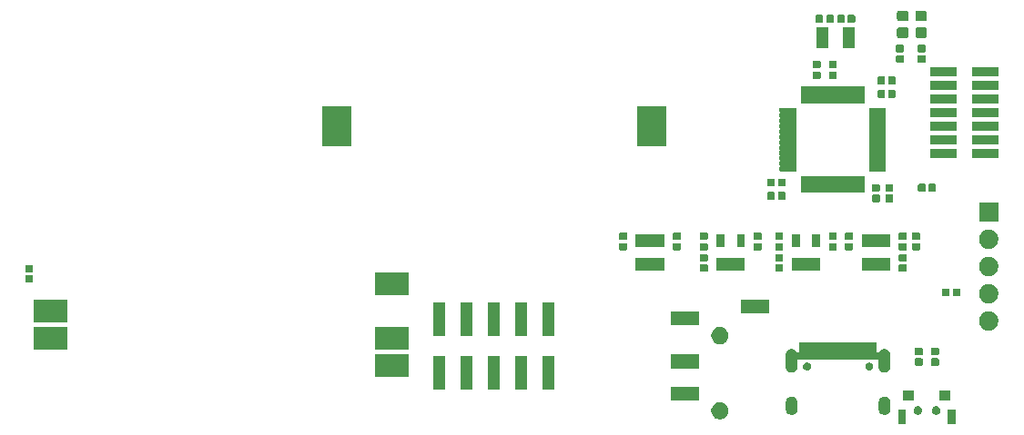
<source format=gbr>
G04 #@! TF.GenerationSoftware,KiCad,Pcbnew,(5.1.5-0-10_14)*
G04 #@! TF.CreationDate,2020-02-05T18:18:06+01:00*
G04 #@! TF.ProjectId,c100_rev_e,63313030-5f72-4657-965f-652e6b696361,rev?*
G04 #@! TF.SameCoordinates,Original*
G04 #@! TF.FileFunction,Soldermask,Top*
G04 #@! TF.FilePolarity,Negative*
%FSLAX46Y46*%
G04 Gerber Fmt 4.6, Leading zero omitted, Abs format (unit mm)*
G04 Created by KiCad (PCBNEW (5.1.5-0-10_14)) date 2020-02-05 18:18:06*
%MOMM*%
%LPD*%
G04 APERTURE LIST*
%ADD10C,0.150000*%
G04 APERTURE END LIST*
D10*
G36*
X92901000Y249000D02*
G01*
X92199000Y249000D01*
X92199000Y1551000D01*
X92901000Y1551000D01*
X92901000Y249000D01*
G37*
G36*
X88301000Y249000D02*
G01*
X87599000Y249000D01*
X87599000Y1551000D01*
X88301000Y1551000D01*
X88301000Y249000D01*
G37*
G36*
X71233642Y2245219D02*
G01*
X71379414Y2184838D01*
X71379416Y2184837D01*
X71510608Y2097178D01*
X71622178Y1985608D01*
X71709837Y1854416D01*
X71709838Y1854414D01*
X71770219Y1708642D01*
X71801000Y1553893D01*
X71801000Y1396107D01*
X71770219Y1241358D01*
X71711252Y1099000D01*
X71709837Y1095584D01*
X71622178Y964392D01*
X71510608Y852822D01*
X71379416Y765163D01*
X71379415Y765162D01*
X71379414Y765162D01*
X71233642Y704781D01*
X71078893Y674000D01*
X70921107Y674000D01*
X70766358Y704781D01*
X70620586Y765162D01*
X70620585Y765162D01*
X70620584Y765163D01*
X70489392Y852822D01*
X70377822Y964392D01*
X70290163Y1095584D01*
X70288748Y1099000D01*
X70229781Y1241358D01*
X70199000Y1396107D01*
X70199000Y1553893D01*
X70229781Y1708642D01*
X70290162Y1854414D01*
X70290163Y1854416D01*
X70377822Y1985608D01*
X70489392Y2097178D01*
X70620584Y2184837D01*
X70620586Y2184838D01*
X70766358Y2245219D01*
X70921107Y2276000D01*
X71078893Y2276000D01*
X71233642Y2245219D01*
G37*
G36*
X86428014Y2793027D02*
G01*
X86531878Y2761521D01*
X86575907Y2737987D01*
X86627599Y2710357D01*
X86627601Y2710356D01*
X86627600Y2710356D01*
X86711501Y2641501D01*
X86769887Y2570357D01*
X86780357Y2557599D01*
X86799597Y2521603D01*
X86831521Y2461879D01*
X86863027Y2358015D01*
X86871000Y2277067D01*
X86871000Y1622933D01*
X86863027Y1541985D01*
X86831521Y1438121D01*
X86831519Y1438118D01*
X86780357Y1342400D01*
X86711501Y1258499D01*
X86627600Y1189643D01*
X86559055Y1153005D01*
X86531879Y1138479D01*
X86428015Y1106973D01*
X86320000Y1096334D01*
X86211986Y1106973D01*
X86108122Y1138479D01*
X86080946Y1153005D01*
X86012401Y1189643D01*
X85928500Y1258499D01*
X85859645Y1342399D01*
X85808480Y1438121D01*
X85801690Y1460505D01*
X85776973Y1541985D01*
X85769000Y1622933D01*
X85769000Y2277066D01*
X85776973Y2358014D01*
X85808479Y2461878D01*
X85859644Y2557600D01*
X85928499Y2641501D01*
X86012400Y2710356D01*
X86012399Y2710356D01*
X86012401Y2710357D01*
X86064093Y2737987D01*
X86108121Y2761521D01*
X86211985Y2793027D01*
X86320000Y2803666D01*
X86428014Y2793027D01*
G37*
G36*
X77788014Y2793027D02*
G01*
X77891878Y2761521D01*
X77935907Y2737987D01*
X77987599Y2710357D01*
X77987601Y2710356D01*
X77987600Y2710356D01*
X78071501Y2641501D01*
X78129887Y2570357D01*
X78140357Y2557599D01*
X78159597Y2521603D01*
X78191521Y2461879D01*
X78223027Y2358015D01*
X78231000Y2277067D01*
X78231000Y1622933D01*
X78223027Y1541985D01*
X78191521Y1438121D01*
X78191519Y1438118D01*
X78140357Y1342400D01*
X78071501Y1258499D01*
X77987600Y1189643D01*
X77919055Y1153005D01*
X77891879Y1138479D01*
X77788015Y1106973D01*
X77680000Y1096334D01*
X77571986Y1106973D01*
X77468122Y1138479D01*
X77440946Y1153005D01*
X77372401Y1189643D01*
X77288500Y1258499D01*
X77219645Y1342399D01*
X77168480Y1438121D01*
X77161690Y1460505D01*
X77136973Y1541985D01*
X77129000Y1622933D01*
X77129000Y2277066D01*
X77136973Y2358014D01*
X77168479Y2461878D01*
X77219644Y2557600D01*
X77288499Y2641501D01*
X77372400Y2710356D01*
X77372399Y2710356D01*
X77372401Y2710357D01*
X77424093Y2737987D01*
X77468121Y2761521D01*
X77571985Y2793027D01*
X77680000Y2803666D01*
X77788014Y2793027D01*
G37*
G36*
X89478231Y1893295D02*
G01*
X89516967Y1885590D01*
X89547195Y1873069D01*
X89589944Y1855362D01*
X89655622Y1811477D01*
X89711477Y1755622D01*
X89755362Y1689944D01*
X89773069Y1647195D01*
X89783119Y1622933D01*
X89785590Y1616966D01*
X89800505Y1541987D01*
X89801000Y1539495D01*
X89801000Y1460505D01*
X89788191Y1396107D01*
X89785590Y1383034D01*
X89755362Y1310056D01*
X89711477Y1244378D01*
X89655622Y1188523D01*
X89589944Y1144638D01*
X89547195Y1126931D01*
X89516967Y1114410D01*
X89479578Y1106973D01*
X89439496Y1099000D01*
X89360504Y1099000D01*
X89320422Y1106973D01*
X89283033Y1114410D01*
X89252805Y1126931D01*
X89210056Y1144638D01*
X89144378Y1188523D01*
X89088523Y1244378D01*
X89044638Y1310056D01*
X89014410Y1383034D01*
X89011810Y1396107D01*
X88999000Y1460505D01*
X88999000Y1539495D01*
X88999496Y1541987D01*
X89014410Y1616966D01*
X89016882Y1622933D01*
X89026931Y1647195D01*
X89044638Y1689944D01*
X89088523Y1755622D01*
X89144378Y1811477D01*
X89210056Y1855362D01*
X89252805Y1873069D01*
X89283033Y1885590D01*
X89321769Y1893295D01*
X89360504Y1901000D01*
X89439496Y1901000D01*
X89478231Y1893295D01*
G37*
G36*
X91178231Y1893295D02*
G01*
X91216967Y1885590D01*
X91247195Y1873069D01*
X91289944Y1855362D01*
X91355622Y1811477D01*
X91411477Y1755622D01*
X91455362Y1689944D01*
X91473069Y1647195D01*
X91483119Y1622933D01*
X91485590Y1616966D01*
X91500505Y1541987D01*
X91501000Y1539495D01*
X91501000Y1460505D01*
X91488191Y1396107D01*
X91485590Y1383034D01*
X91455362Y1310056D01*
X91411477Y1244378D01*
X91355622Y1188523D01*
X91289944Y1144638D01*
X91247195Y1126931D01*
X91216967Y1114410D01*
X91179578Y1106973D01*
X91139496Y1099000D01*
X91060504Y1099000D01*
X91020422Y1106973D01*
X90983033Y1114410D01*
X90952805Y1126931D01*
X90910056Y1144638D01*
X90844378Y1188523D01*
X90788523Y1244378D01*
X90744638Y1310056D01*
X90714410Y1383034D01*
X90711810Y1396107D01*
X90699000Y1460505D01*
X90699000Y1539495D01*
X90699496Y1541987D01*
X90714410Y1616966D01*
X90716882Y1622933D01*
X90726931Y1647195D01*
X90744638Y1689944D01*
X90788523Y1755622D01*
X90844378Y1811477D01*
X90910056Y1855362D01*
X90952805Y1873069D01*
X90983033Y1885590D01*
X91021769Y1893295D01*
X91060504Y1901000D01*
X91139496Y1901000D01*
X91178231Y1893295D01*
G37*
G36*
X69051000Y2424000D02*
G01*
X66449000Y2424000D01*
X66449000Y3726000D01*
X69051000Y3726000D01*
X69051000Y2424000D01*
G37*
G36*
X92451000Y2449000D02*
G01*
X91449000Y2449000D01*
X91449000Y3351000D01*
X92451000Y3351000D01*
X92451000Y2449000D01*
G37*
G36*
X89051000Y2449000D02*
G01*
X88049000Y2449000D01*
X88049000Y3351000D01*
X89051000Y3351000D01*
X89051000Y2449000D01*
G37*
G36*
X50551000Y3429000D02*
G01*
X49449000Y3429000D01*
X49449000Y6531000D01*
X50551000Y6531000D01*
X50551000Y3429000D01*
G37*
G36*
X55631000Y3429000D02*
G01*
X54529000Y3429000D01*
X54529000Y6531000D01*
X55631000Y6531000D01*
X55631000Y3429000D01*
G37*
G36*
X53091000Y3429000D02*
G01*
X51989000Y3429000D01*
X51989000Y6531000D01*
X53091000Y6531000D01*
X53091000Y3429000D01*
G37*
G36*
X48011000Y3429000D02*
G01*
X46909000Y3429000D01*
X46909000Y6531000D01*
X48011000Y6531000D01*
X48011000Y3429000D01*
G37*
G36*
X45471000Y3429000D02*
G01*
X44369000Y3429000D01*
X44369000Y6531000D01*
X45471000Y6531000D01*
X45471000Y3429000D01*
G37*
G36*
X42041000Y4639000D02*
G01*
X38939000Y4639000D01*
X38939000Y6741000D01*
X42041000Y6741000D01*
X42041000Y4639000D01*
G37*
G36*
X85601000Y7002734D02*
G01*
X85603402Y6978348D01*
X85610515Y6954899D01*
X85622066Y6933288D01*
X85637611Y6914346D01*
X85656553Y6898801D01*
X85678164Y6887250D01*
X85701613Y6880137D01*
X85725999Y6877735D01*
X85750385Y6880137D01*
X85773834Y6887250D01*
X85795445Y6898801D01*
X85814387Y6914346D01*
X85829932Y6933288D01*
X85836238Y6943810D01*
X85859644Y6987600D01*
X85928499Y7071501D01*
X86012400Y7140356D01*
X86012399Y7140356D01*
X86012401Y7140357D01*
X86064093Y7167987D01*
X86108121Y7191521D01*
X86211985Y7223027D01*
X86320000Y7233666D01*
X86428014Y7223027D01*
X86531878Y7191521D01*
X86555303Y7179000D01*
X86627599Y7140357D01*
X86627601Y7140356D01*
X86627600Y7140356D01*
X86711501Y7071501D01*
X86767935Y7002735D01*
X86780357Y6987599D01*
X86803762Y6943812D01*
X86831521Y6891879D01*
X86863027Y6788015D01*
X86871000Y6707067D01*
X86871000Y5552933D01*
X86863027Y5471985D01*
X86831521Y5368121D01*
X86827348Y5360314D01*
X86780357Y5272400D01*
X86711501Y5188499D01*
X86627600Y5119643D01*
X86559055Y5083005D01*
X86531879Y5068479D01*
X86428015Y5036973D01*
X86320000Y5026334D01*
X86211986Y5036973D01*
X86108122Y5068479D01*
X86080946Y5083005D01*
X86012401Y5119643D01*
X85928500Y5188499D01*
X85859644Y5272400D01*
X85812653Y5360314D01*
X85808480Y5368121D01*
X85776974Y5471985D01*
X85769001Y5552933D01*
X85769001Y5842000D01*
X85769000Y6144001D01*
X85766598Y6168387D01*
X85759485Y6191836D01*
X85747934Y6213447D01*
X85732388Y6232389D01*
X85713447Y6247934D01*
X85691836Y6259485D01*
X85668387Y6266598D01*
X85644001Y6269000D01*
X78355999Y6269000D01*
X78331613Y6266598D01*
X78308164Y6259485D01*
X78286553Y6247934D01*
X78267611Y6232389D01*
X78252066Y6213447D01*
X78240515Y6191836D01*
X78233402Y6168387D01*
X78231000Y6144001D01*
X78231000Y5552933D01*
X78223027Y5471985D01*
X78191521Y5368121D01*
X78187348Y5360314D01*
X78140357Y5272400D01*
X78071501Y5188499D01*
X77987600Y5119643D01*
X77919055Y5083005D01*
X77891879Y5068479D01*
X77788015Y5036973D01*
X77680000Y5026334D01*
X77571986Y5036973D01*
X77468122Y5068479D01*
X77440946Y5083005D01*
X77372401Y5119643D01*
X77288500Y5188499D01*
X77219644Y5272400D01*
X77172653Y5360314D01*
X77168480Y5368121D01*
X77136974Y5471985D01*
X77129001Y5552933D01*
X77129000Y6707066D01*
X77136973Y6788014D01*
X77168479Y6891878D01*
X77192013Y6935907D01*
X77219643Y6987599D01*
X77232065Y7002735D01*
X77288499Y7071501D01*
X77372400Y7140356D01*
X77372399Y7140356D01*
X77372401Y7140357D01*
X77424093Y7167987D01*
X77468121Y7191521D01*
X77571985Y7223027D01*
X77680000Y7233666D01*
X77788014Y7223027D01*
X77891878Y7191521D01*
X77915303Y7179000D01*
X77987599Y7140357D01*
X77987601Y7140356D01*
X77987600Y7140356D01*
X78071501Y7071501D01*
X78109319Y7025419D01*
X78140356Y6987601D01*
X78150844Y6967979D01*
X78163764Y6943807D01*
X78177375Y6923437D01*
X78194702Y6906110D01*
X78215076Y6892496D01*
X78237715Y6883119D01*
X78261748Y6878338D01*
X78286252Y6878338D01*
X78310286Y6883118D01*
X78332924Y6892495D01*
X78353299Y6906109D01*
X78370626Y6923436D01*
X78384240Y6943810D01*
X78393617Y6966449D01*
X78398398Y6990482D01*
X78399000Y7002735D01*
X78399000Y7821000D01*
X85601000Y7821000D01*
X85601000Y7002734D01*
G37*
G36*
X79219672Y5961551D02*
G01*
X79219674Y5961550D01*
X79219675Y5961550D01*
X79288103Y5933207D01*
X79349686Y5892058D01*
X79402058Y5839686D01*
X79443207Y5778103D01*
X79471550Y5709675D01*
X79471551Y5709672D01*
X79475837Y5688124D01*
X79486000Y5637033D01*
X79486000Y5562967D01*
X79471550Y5490325D01*
X79443207Y5421897D01*
X79402058Y5360314D01*
X79349686Y5307942D01*
X79288103Y5266793D01*
X79219675Y5238450D01*
X79219674Y5238450D01*
X79219672Y5238449D01*
X79147034Y5224000D01*
X79072966Y5224000D01*
X79000328Y5238449D01*
X79000326Y5238450D01*
X79000325Y5238450D01*
X78931897Y5266793D01*
X78870314Y5307942D01*
X78817942Y5360314D01*
X78776793Y5421897D01*
X78748450Y5490325D01*
X78734000Y5562967D01*
X78734000Y5637033D01*
X78744163Y5688124D01*
X78748449Y5709672D01*
X78748450Y5709675D01*
X78776793Y5778103D01*
X78817942Y5839686D01*
X78870314Y5892058D01*
X78931897Y5933207D01*
X79000325Y5961550D01*
X79000326Y5961550D01*
X79000328Y5961551D01*
X79072966Y5976000D01*
X79147034Y5976000D01*
X79219672Y5961551D01*
G37*
G36*
X84999672Y5961551D02*
G01*
X84999674Y5961550D01*
X84999675Y5961550D01*
X85068103Y5933207D01*
X85129686Y5892058D01*
X85182058Y5839686D01*
X85223207Y5778103D01*
X85251550Y5709675D01*
X85251551Y5709672D01*
X85255837Y5688124D01*
X85266000Y5637033D01*
X85266000Y5562967D01*
X85251550Y5490325D01*
X85223207Y5421897D01*
X85182058Y5360314D01*
X85129686Y5307942D01*
X85068103Y5266793D01*
X84999675Y5238450D01*
X84999674Y5238450D01*
X84999672Y5238449D01*
X84927034Y5224000D01*
X84852966Y5224000D01*
X84780328Y5238449D01*
X84780326Y5238450D01*
X84780325Y5238450D01*
X84711897Y5266793D01*
X84650314Y5307942D01*
X84597942Y5360314D01*
X84556793Y5421897D01*
X84528450Y5490325D01*
X84514000Y5562967D01*
X84514000Y5637033D01*
X84524163Y5688124D01*
X84528449Y5709672D01*
X84528450Y5709675D01*
X84556793Y5778103D01*
X84597942Y5839686D01*
X84650314Y5892058D01*
X84711897Y5933207D01*
X84780325Y5961550D01*
X84780326Y5961550D01*
X84780328Y5961551D01*
X84852966Y5976000D01*
X84927034Y5976000D01*
X84999672Y5961551D01*
G37*
G36*
X69051000Y5424000D02*
G01*
X66449000Y5424000D01*
X66449000Y6726000D01*
X69051000Y6726000D01*
X69051000Y5424000D01*
G37*
G36*
X91281938Y6358284D02*
G01*
X91302557Y6352029D01*
X91321553Y6341876D01*
X91338208Y6328208D01*
X91351876Y6311553D01*
X91362029Y6292557D01*
X91368284Y6271938D01*
X91371000Y6244360D01*
X91371000Y5785640D01*
X91368284Y5758062D01*
X91362029Y5737443D01*
X91351876Y5718447D01*
X91338208Y5701792D01*
X91321553Y5688124D01*
X91302557Y5677971D01*
X91281938Y5671716D01*
X91254360Y5669000D01*
X90745640Y5669000D01*
X90718062Y5671716D01*
X90697443Y5677971D01*
X90678447Y5688124D01*
X90661792Y5701792D01*
X90648124Y5718447D01*
X90637971Y5737443D01*
X90631716Y5758062D01*
X90629000Y5785640D01*
X90629000Y6244360D01*
X90631716Y6271938D01*
X90637971Y6292557D01*
X90648124Y6311553D01*
X90661792Y6328208D01*
X90678447Y6341876D01*
X90697443Y6352029D01*
X90718062Y6358284D01*
X90745640Y6361000D01*
X91254360Y6361000D01*
X91281938Y6358284D01*
G37*
G36*
X89781938Y6358284D02*
G01*
X89802557Y6352029D01*
X89821553Y6341876D01*
X89838208Y6328208D01*
X89851876Y6311553D01*
X89862029Y6292557D01*
X89868284Y6271938D01*
X89871000Y6244360D01*
X89871000Y5785640D01*
X89868284Y5758062D01*
X89862029Y5737443D01*
X89851876Y5718447D01*
X89838208Y5701792D01*
X89821553Y5688124D01*
X89802557Y5677971D01*
X89781938Y5671716D01*
X89754360Y5669000D01*
X89245640Y5669000D01*
X89218062Y5671716D01*
X89197443Y5677971D01*
X89178447Y5688124D01*
X89161792Y5701792D01*
X89148124Y5718447D01*
X89137971Y5737443D01*
X89131716Y5758062D01*
X89129000Y5785640D01*
X89129000Y6244360D01*
X89131716Y6271938D01*
X89137971Y6292557D01*
X89148124Y6311553D01*
X89161792Y6328208D01*
X89178447Y6341876D01*
X89197443Y6352029D01*
X89218062Y6358284D01*
X89245640Y6361000D01*
X89754360Y6361000D01*
X89781938Y6358284D01*
G37*
G36*
X91281938Y7328284D02*
G01*
X91302557Y7322029D01*
X91321553Y7311876D01*
X91338208Y7298208D01*
X91351876Y7281553D01*
X91362029Y7262557D01*
X91368284Y7241938D01*
X91371000Y7214360D01*
X91371000Y6755640D01*
X91368284Y6728062D01*
X91362029Y6707443D01*
X91351876Y6688447D01*
X91338208Y6671792D01*
X91321553Y6658124D01*
X91302557Y6647971D01*
X91281938Y6641716D01*
X91254360Y6639000D01*
X90745640Y6639000D01*
X90718062Y6641716D01*
X90697443Y6647971D01*
X90678447Y6658124D01*
X90661792Y6671792D01*
X90648124Y6688447D01*
X90637971Y6707443D01*
X90631716Y6728062D01*
X90629000Y6755640D01*
X90629000Y7214360D01*
X90631716Y7241938D01*
X90637971Y7262557D01*
X90648124Y7281553D01*
X90661792Y7298208D01*
X90678447Y7311876D01*
X90697443Y7322029D01*
X90718062Y7328284D01*
X90745640Y7331000D01*
X91254360Y7331000D01*
X91281938Y7328284D01*
G37*
G36*
X89781938Y7328284D02*
G01*
X89802557Y7322029D01*
X89821553Y7311876D01*
X89838208Y7298208D01*
X89851876Y7281553D01*
X89862029Y7262557D01*
X89868284Y7241938D01*
X89871000Y7214360D01*
X89871000Y6755640D01*
X89868284Y6728062D01*
X89862029Y6707443D01*
X89851876Y6688447D01*
X89838208Y6671792D01*
X89821553Y6658124D01*
X89802557Y6647971D01*
X89781938Y6641716D01*
X89754360Y6639000D01*
X89245640Y6639000D01*
X89218062Y6641716D01*
X89197443Y6647971D01*
X89178447Y6658124D01*
X89161792Y6671792D01*
X89148124Y6688447D01*
X89137971Y6707443D01*
X89131716Y6728062D01*
X89129000Y6755640D01*
X89129000Y7214360D01*
X89131716Y7241938D01*
X89137971Y7262557D01*
X89148124Y7281553D01*
X89161792Y7298208D01*
X89178447Y7311876D01*
X89197443Y7322029D01*
X89218062Y7328284D01*
X89245640Y7331000D01*
X89754360Y7331000D01*
X89781938Y7328284D01*
G37*
G36*
X42041000Y7179000D02*
G01*
X38939000Y7179000D01*
X38939000Y9281000D01*
X42041000Y9281000D01*
X42041000Y7179000D01*
G37*
G36*
X10291000Y7179000D02*
G01*
X7189000Y7179000D01*
X7189000Y9281000D01*
X10291000Y9281000D01*
X10291000Y7179000D01*
G37*
G36*
X71233642Y9245219D02*
G01*
X71379414Y9184838D01*
X71379416Y9184837D01*
X71510608Y9097178D01*
X71622178Y8985608D01*
X71630185Y8973624D01*
X71709838Y8854414D01*
X71770219Y8708642D01*
X71801000Y8553893D01*
X71801000Y8396107D01*
X71770219Y8241358D01*
X71709838Y8095586D01*
X71709837Y8095584D01*
X71622178Y7964392D01*
X71510608Y7852822D01*
X71379416Y7765163D01*
X71379415Y7765162D01*
X71379414Y7765162D01*
X71233642Y7704781D01*
X71078893Y7674000D01*
X70921107Y7674000D01*
X70766358Y7704781D01*
X70620586Y7765162D01*
X70620585Y7765162D01*
X70620584Y7765163D01*
X70489392Y7852822D01*
X70377822Y7964392D01*
X70290163Y8095584D01*
X70290162Y8095586D01*
X70229781Y8241358D01*
X70199000Y8396107D01*
X70199000Y8553893D01*
X70229781Y8708642D01*
X70290162Y8854414D01*
X70369815Y8973624D01*
X70377822Y8985608D01*
X70489392Y9097178D01*
X70620584Y9184837D01*
X70620586Y9184838D01*
X70766358Y9245219D01*
X70921107Y9276000D01*
X71078893Y9276000D01*
X71233642Y9245219D01*
G37*
G36*
X48011000Y8469000D02*
G01*
X46909000Y8469000D01*
X46909000Y11571000D01*
X48011000Y11571000D01*
X48011000Y8469000D01*
G37*
G36*
X50551000Y8469000D02*
G01*
X49449000Y8469000D01*
X49449000Y11571000D01*
X50551000Y11571000D01*
X50551000Y8469000D01*
G37*
G36*
X53091000Y8469000D02*
G01*
X51989000Y8469000D01*
X51989000Y11571000D01*
X53091000Y11571000D01*
X53091000Y8469000D01*
G37*
G36*
X45471000Y8469000D02*
G01*
X44369000Y8469000D01*
X44369000Y11571000D01*
X45471000Y11571000D01*
X45471000Y8469000D01*
G37*
G36*
X55631000Y8469000D02*
G01*
X54529000Y8469000D01*
X54529000Y11571000D01*
X55631000Y11571000D01*
X55631000Y8469000D01*
G37*
G36*
X96113512Y10736073D02*
G01*
X96262812Y10706376D01*
X96426784Y10638456D01*
X96574354Y10539853D01*
X96699853Y10414354D01*
X96798456Y10266784D01*
X96866376Y10102812D01*
X96901000Y9928741D01*
X96901000Y9751259D01*
X96866376Y9577188D01*
X96798456Y9413216D01*
X96699853Y9265646D01*
X96574354Y9140147D01*
X96426784Y9041544D01*
X96262812Y8973624D01*
X96113512Y8943927D01*
X96088742Y8939000D01*
X95911258Y8939000D01*
X95886488Y8943927D01*
X95737188Y8973624D01*
X95573216Y9041544D01*
X95425646Y9140147D01*
X95300147Y9265646D01*
X95201544Y9413216D01*
X95133624Y9577188D01*
X95099000Y9751259D01*
X95099000Y9928741D01*
X95133624Y10102812D01*
X95201544Y10266784D01*
X95300147Y10414354D01*
X95425646Y10539853D01*
X95573216Y10638456D01*
X95737188Y10706376D01*
X95886488Y10736073D01*
X95911258Y10741000D01*
X96088742Y10741000D01*
X96113512Y10736073D01*
G37*
G36*
X69051000Y9424000D02*
G01*
X66449000Y9424000D01*
X66449000Y10726000D01*
X69051000Y10726000D01*
X69051000Y9424000D01*
G37*
G36*
X10291000Y9719000D02*
G01*
X7189000Y9719000D01*
X7189000Y11821000D01*
X10291000Y11821000D01*
X10291000Y9719000D01*
G37*
G36*
X75551000Y10524000D02*
G01*
X72949000Y10524000D01*
X72949000Y11826000D01*
X75551000Y11826000D01*
X75551000Y10524000D01*
G37*
G36*
X96113512Y13276073D02*
G01*
X96262812Y13246376D01*
X96426784Y13178456D01*
X96574354Y13079853D01*
X96699853Y12954354D01*
X96798456Y12806784D01*
X96866376Y12642812D01*
X96901000Y12468741D01*
X96901000Y12291259D01*
X96866376Y12117188D01*
X96798456Y11953216D01*
X96699853Y11805646D01*
X96574354Y11680147D01*
X96426784Y11581544D01*
X96262812Y11513624D01*
X96113512Y11483927D01*
X96088742Y11479000D01*
X95911258Y11479000D01*
X95886488Y11483927D01*
X95737188Y11513624D01*
X95573216Y11581544D01*
X95425646Y11680147D01*
X95300147Y11805646D01*
X95201544Y11953216D01*
X95133624Y12117188D01*
X95099000Y12291259D01*
X95099000Y12468741D01*
X95133624Y12642812D01*
X95201544Y12806784D01*
X95300147Y12954354D01*
X95425646Y13079853D01*
X95573216Y13178456D01*
X95737188Y13246376D01*
X95886488Y13276073D01*
X95911258Y13281000D01*
X96088742Y13281000D01*
X96113512Y13276073D01*
G37*
G36*
X92271938Y12868284D02*
G01*
X92292557Y12862029D01*
X92311553Y12851876D01*
X92328208Y12838208D01*
X92341876Y12821553D01*
X92352029Y12802557D01*
X92358284Y12781938D01*
X92361000Y12754360D01*
X92361000Y12245640D01*
X92358284Y12218062D01*
X92352029Y12197443D01*
X92341876Y12178447D01*
X92328208Y12161792D01*
X92311553Y12148124D01*
X92292557Y12137971D01*
X92271938Y12131716D01*
X92244360Y12129000D01*
X91785640Y12129000D01*
X91758062Y12131716D01*
X91737443Y12137971D01*
X91718447Y12148124D01*
X91701792Y12161792D01*
X91688124Y12178447D01*
X91677971Y12197443D01*
X91671716Y12218062D01*
X91669000Y12245640D01*
X91669000Y12754360D01*
X91671716Y12781938D01*
X91677971Y12802557D01*
X91688124Y12821553D01*
X91701792Y12838208D01*
X91718447Y12851876D01*
X91737443Y12862029D01*
X91758062Y12868284D01*
X91785640Y12871000D01*
X92244360Y12871000D01*
X92271938Y12868284D01*
G37*
G36*
X93241938Y12868284D02*
G01*
X93262557Y12862029D01*
X93281553Y12851876D01*
X93298208Y12838208D01*
X93311876Y12821553D01*
X93322029Y12802557D01*
X93328284Y12781938D01*
X93331000Y12754360D01*
X93331000Y12245640D01*
X93328284Y12218062D01*
X93322029Y12197443D01*
X93311876Y12178447D01*
X93298208Y12161792D01*
X93281553Y12148124D01*
X93262557Y12137971D01*
X93241938Y12131716D01*
X93214360Y12129000D01*
X92755640Y12129000D01*
X92728062Y12131716D01*
X92707443Y12137971D01*
X92688447Y12148124D01*
X92671792Y12161792D01*
X92658124Y12178447D01*
X92647971Y12197443D01*
X92641716Y12218062D01*
X92639000Y12245640D01*
X92639000Y12754360D01*
X92641716Y12781938D01*
X92647971Y12802557D01*
X92658124Y12821553D01*
X92671792Y12838208D01*
X92688447Y12851876D01*
X92707443Y12862029D01*
X92728062Y12868284D01*
X92755640Y12871000D01*
X93214360Y12871000D01*
X93241938Y12868284D01*
G37*
G36*
X42041000Y12259000D02*
G01*
X38939000Y12259000D01*
X38939000Y14361000D01*
X42041000Y14361000D01*
X42041000Y12259000D01*
G37*
G36*
X7031938Y14108284D02*
G01*
X7052557Y14102029D01*
X7071553Y14091876D01*
X7088208Y14078208D01*
X7101876Y14061553D01*
X7112029Y14042557D01*
X7118284Y14021938D01*
X7121000Y13994360D01*
X7121000Y13535640D01*
X7118284Y13508062D01*
X7112029Y13487443D01*
X7101876Y13468447D01*
X7088208Y13451792D01*
X7071553Y13438124D01*
X7052557Y13427971D01*
X7031938Y13421716D01*
X7004360Y13419000D01*
X6495640Y13419000D01*
X6468062Y13421716D01*
X6447443Y13427971D01*
X6428447Y13438124D01*
X6411792Y13451792D01*
X6398124Y13468447D01*
X6387971Y13487443D01*
X6381716Y13508062D01*
X6379000Y13535640D01*
X6379000Y13994360D01*
X6381716Y14021938D01*
X6387971Y14042557D01*
X6398124Y14061553D01*
X6411792Y14078208D01*
X6428447Y14091876D01*
X6447443Y14102029D01*
X6468062Y14108284D01*
X6495640Y14111000D01*
X7004360Y14111000D01*
X7031938Y14108284D01*
G37*
G36*
X96113512Y15816073D02*
G01*
X96262812Y15786376D01*
X96426784Y15718456D01*
X96574354Y15619853D01*
X96699853Y15494354D01*
X96798456Y15346784D01*
X96866376Y15182812D01*
X96901000Y15008741D01*
X96901000Y14831259D01*
X96866376Y14657188D01*
X96798456Y14493216D01*
X96699853Y14345646D01*
X96574354Y14220147D01*
X96426784Y14121544D01*
X96262812Y14053624D01*
X96113512Y14023927D01*
X96088742Y14019000D01*
X95911258Y14019000D01*
X95886488Y14023927D01*
X95737188Y14053624D01*
X95573216Y14121544D01*
X95425646Y14220147D01*
X95300147Y14345646D01*
X95201544Y14493216D01*
X95133624Y14657188D01*
X95099000Y14831259D01*
X95099000Y15008741D01*
X95133624Y15182812D01*
X95201544Y15346784D01*
X95300147Y15494354D01*
X95425646Y15619853D01*
X95573216Y15718456D01*
X95737188Y15786376D01*
X95886488Y15816073D01*
X95911258Y15821000D01*
X96088742Y15821000D01*
X96113512Y15816073D01*
G37*
G36*
X7031938Y15078284D02*
G01*
X7052557Y15072029D01*
X7071553Y15061876D01*
X7088208Y15048208D01*
X7101876Y15031553D01*
X7112029Y15012557D01*
X7118284Y14991938D01*
X7121000Y14964360D01*
X7121000Y14505640D01*
X7118284Y14478062D01*
X7112029Y14457443D01*
X7101876Y14438447D01*
X7088208Y14421792D01*
X7071553Y14408124D01*
X7052557Y14397971D01*
X7031938Y14391716D01*
X7004360Y14389000D01*
X6495640Y14389000D01*
X6468062Y14391716D01*
X6447443Y14397971D01*
X6428447Y14408124D01*
X6411792Y14421792D01*
X6398124Y14438447D01*
X6387971Y14457443D01*
X6381716Y14478062D01*
X6379000Y14505640D01*
X6379000Y14964360D01*
X6381716Y14991938D01*
X6387971Y15012557D01*
X6398124Y15031553D01*
X6411792Y15048208D01*
X6428447Y15061876D01*
X6447443Y15072029D01*
X6468062Y15078284D01*
X6495640Y15081000D01*
X7004360Y15081000D01*
X7031938Y15078284D01*
G37*
G36*
X88281938Y15108284D02*
G01*
X88302557Y15102029D01*
X88321553Y15091876D01*
X88338208Y15078208D01*
X88351876Y15061553D01*
X88362029Y15042557D01*
X88368284Y15021938D01*
X88371000Y14994360D01*
X88371000Y14535640D01*
X88368284Y14508062D01*
X88362029Y14487443D01*
X88351876Y14468447D01*
X88338208Y14451792D01*
X88321553Y14438124D01*
X88302557Y14427971D01*
X88281938Y14421716D01*
X88254360Y14419000D01*
X87745640Y14419000D01*
X87718062Y14421716D01*
X87697443Y14427971D01*
X87678447Y14438124D01*
X87661792Y14451792D01*
X87648124Y14468447D01*
X87637971Y14487443D01*
X87631716Y14508062D01*
X87629000Y14535640D01*
X87629000Y14994360D01*
X87631716Y15021938D01*
X87637971Y15042557D01*
X87648124Y15061553D01*
X87661792Y15078208D01*
X87678447Y15091876D01*
X87697443Y15102029D01*
X87718062Y15108284D01*
X87745640Y15111000D01*
X88254360Y15111000D01*
X88281938Y15108284D01*
G37*
G36*
X69781938Y15108284D02*
G01*
X69802557Y15102029D01*
X69821553Y15091876D01*
X69838208Y15078208D01*
X69851876Y15061553D01*
X69862029Y15042557D01*
X69868284Y15021938D01*
X69871000Y14994360D01*
X69871000Y14535640D01*
X69868284Y14508062D01*
X69862029Y14487443D01*
X69851876Y14468447D01*
X69838208Y14451792D01*
X69821553Y14438124D01*
X69802557Y14427971D01*
X69781938Y14421716D01*
X69754360Y14419000D01*
X69245640Y14419000D01*
X69218062Y14421716D01*
X69197443Y14427971D01*
X69178447Y14438124D01*
X69161792Y14451792D01*
X69148124Y14468447D01*
X69137971Y14487443D01*
X69131716Y14508062D01*
X69129000Y14535640D01*
X69129000Y14994360D01*
X69131716Y15021938D01*
X69137971Y15042557D01*
X69148124Y15061553D01*
X69161792Y15078208D01*
X69178447Y15091876D01*
X69197443Y15102029D01*
X69218062Y15108284D01*
X69245640Y15111000D01*
X69754360Y15111000D01*
X69781938Y15108284D01*
G37*
G36*
X76781938Y15108284D02*
G01*
X76802557Y15102029D01*
X76821553Y15091876D01*
X76838208Y15078208D01*
X76851876Y15061553D01*
X76862029Y15042557D01*
X76868284Y15021938D01*
X76871000Y14994360D01*
X76871000Y14535640D01*
X76868284Y14508062D01*
X76862029Y14487443D01*
X76851876Y14468447D01*
X76838208Y14451792D01*
X76821553Y14438124D01*
X76802557Y14427971D01*
X76781938Y14421716D01*
X76754360Y14419000D01*
X76245640Y14419000D01*
X76218062Y14421716D01*
X76197443Y14427971D01*
X76178447Y14438124D01*
X76161792Y14451792D01*
X76148124Y14468447D01*
X76137971Y14487443D01*
X76131716Y14508062D01*
X76129000Y14535640D01*
X76129000Y14994360D01*
X76131716Y15021938D01*
X76137971Y15042557D01*
X76148124Y15061553D01*
X76161792Y15078208D01*
X76178447Y15091876D01*
X76197443Y15102029D01*
X76218062Y15108284D01*
X76245640Y15111000D01*
X76754360Y15111000D01*
X76781938Y15108284D01*
G37*
G36*
X65826000Y14569000D02*
G01*
X63174000Y14569000D01*
X63174000Y15731000D01*
X65826000Y15731000D01*
X65826000Y14569000D01*
G37*
G36*
X73326000Y14569000D02*
G01*
X70674000Y14569000D01*
X70674000Y15731000D01*
X73326000Y15731000D01*
X73326000Y14569000D01*
G37*
G36*
X80326000Y14569000D02*
G01*
X77674000Y14569000D01*
X77674000Y15731000D01*
X80326000Y15731000D01*
X80326000Y14569000D01*
G37*
G36*
X86826000Y14569000D02*
G01*
X84174000Y14569000D01*
X84174000Y15731000D01*
X86826000Y15731000D01*
X86826000Y14569000D01*
G37*
G36*
X76781938Y16078284D02*
G01*
X76802557Y16072029D01*
X76821553Y16061876D01*
X76838208Y16048208D01*
X76851876Y16031553D01*
X76862029Y16012557D01*
X76868284Y15991938D01*
X76871000Y15964360D01*
X76871000Y15505640D01*
X76868284Y15478062D01*
X76862029Y15457443D01*
X76851876Y15438447D01*
X76838208Y15421792D01*
X76821553Y15408124D01*
X76802557Y15397971D01*
X76781938Y15391716D01*
X76754360Y15389000D01*
X76245640Y15389000D01*
X76218062Y15391716D01*
X76197443Y15397971D01*
X76178447Y15408124D01*
X76161792Y15421792D01*
X76148124Y15438447D01*
X76137971Y15457443D01*
X76131716Y15478062D01*
X76129000Y15505640D01*
X76129000Y15964360D01*
X76131716Y15991938D01*
X76137971Y16012557D01*
X76148124Y16031553D01*
X76161792Y16048208D01*
X76178447Y16061876D01*
X76197443Y16072029D01*
X76218062Y16078284D01*
X76245640Y16081000D01*
X76754360Y16081000D01*
X76781938Y16078284D01*
G37*
G36*
X69781938Y16078284D02*
G01*
X69802557Y16072029D01*
X69821553Y16061876D01*
X69838208Y16048208D01*
X69851876Y16031553D01*
X69862029Y16012557D01*
X69868284Y15991938D01*
X69871000Y15964360D01*
X69871000Y15505640D01*
X69868284Y15478062D01*
X69862029Y15457443D01*
X69851876Y15438447D01*
X69838208Y15421792D01*
X69821553Y15408124D01*
X69802557Y15397971D01*
X69781938Y15391716D01*
X69754360Y15389000D01*
X69245640Y15389000D01*
X69218062Y15391716D01*
X69197443Y15397971D01*
X69178447Y15408124D01*
X69161792Y15421792D01*
X69148124Y15438447D01*
X69137971Y15457443D01*
X69131716Y15478062D01*
X69129000Y15505640D01*
X69129000Y15964360D01*
X69131716Y15991938D01*
X69137971Y16012557D01*
X69148124Y16031553D01*
X69161792Y16048208D01*
X69178447Y16061876D01*
X69197443Y16072029D01*
X69218062Y16078284D01*
X69245640Y16081000D01*
X69754360Y16081000D01*
X69781938Y16078284D01*
G37*
G36*
X88281938Y16078284D02*
G01*
X88302557Y16072029D01*
X88321553Y16061876D01*
X88338208Y16048208D01*
X88351876Y16031553D01*
X88362029Y16012557D01*
X88368284Y15991938D01*
X88371000Y15964360D01*
X88371000Y15505640D01*
X88368284Y15478062D01*
X88362029Y15457443D01*
X88351876Y15438447D01*
X88338208Y15421792D01*
X88321553Y15408124D01*
X88302557Y15397971D01*
X88281938Y15391716D01*
X88254360Y15389000D01*
X87745640Y15389000D01*
X87718062Y15391716D01*
X87697443Y15397971D01*
X87678447Y15408124D01*
X87661792Y15421792D01*
X87648124Y15438447D01*
X87637971Y15457443D01*
X87631716Y15478062D01*
X87629000Y15505640D01*
X87629000Y15964360D01*
X87631716Y15991938D01*
X87637971Y16012557D01*
X87648124Y16031553D01*
X87661792Y16048208D01*
X87678447Y16061876D01*
X87697443Y16072029D01*
X87718062Y16078284D01*
X87745640Y16081000D01*
X88254360Y16081000D01*
X88281938Y16078284D01*
G37*
G36*
X88281938Y17108284D02*
G01*
X88302557Y17102029D01*
X88321553Y17091876D01*
X88338208Y17078208D01*
X88351876Y17061553D01*
X88362029Y17042557D01*
X88368284Y17021938D01*
X88371000Y16994360D01*
X88371000Y16535640D01*
X88368284Y16508062D01*
X88362029Y16487443D01*
X88351876Y16468447D01*
X88338208Y16451792D01*
X88321553Y16438124D01*
X88302557Y16427971D01*
X88281938Y16421716D01*
X88254360Y16419000D01*
X87745640Y16419000D01*
X87718062Y16421716D01*
X87697443Y16427971D01*
X87678447Y16438124D01*
X87661792Y16451792D01*
X87648124Y16468447D01*
X87637971Y16487443D01*
X87631716Y16508062D01*
X87629000Y16535640D01*
X87629000Y16994360D01*
X87631716Y17021938D01*
X87637971Y17042557D01*
X87648124Y17061553D01*
X87661792Y17078208D01*
X87678447Y17091876D01*
X87697443Y17102029D01*
X87718062Y17108284D01*
X87745640Y17111000D01*
X88254360Y17111000D01*
X88281938Y17108284D01*
G37*
G36*
X62281938Y17108284D02*
G01*
X62302557Y17102029D01*
X62321553Y17091876D01*
X62338208Y17078208D01*
X62351876Y17061553D01*
X62362029Y17042557D01*
X62368284Y17021938D01*
X62371000Y16994360D01*
X62371000Y16535640D01*
X62368284Y16508062D01*
X62362029Y16487443D01*
X62351876Y16468447D01*
X62338208Y16451792D01*
X62321553Y16438124D01*
X62302557Y16427971D01*
X62281938Y16421716D01*
X62254360Y16419000D01*
X61745640Y16419000D01*
X61718062Y16421716D01*
X61697443Y16427971D01*
X61678447Y16438124D01*
X61661792Y16451792D01*
X61648124Y16468447D01*
X61637971Y16487443D01*
X61631716Y16508062D01*
X61629000Y16535640D01*
X61629000Y16994360D01*
X61631716Y17021938D01*
X61637971Y17042557D01*
X61648124Y17061553D01*
X61661792Y17078208D01*
X61678447Y17091876D01*
X61697443Y17102029D01*
X61718062Y17108284D01*
X61745640Y17111000D01*
X62254360Y17111000D01*
X62281938Y17108284D01*
G37*
G36*
X83281938Y17108284D02*
G01*
X83302557Y17102029D01*
X83321553Y17091876D01*
X83338208Y17078208D01*
X83351876Y17061553D01*
X83362029Y17042557D01*
X83368284Y17021938D01*
X83371000Y16994360D01*
X83371000Y16535640D01*
X83368284Y16508062D01*
X83362029Y16487443D01*
X83351876Y16468447D01*
X83338208Y16451792D01*
X83321553Y16438124D01*
X83302557Y16427971D01*
X83281938Y16421716D01*
X83254360Y16419000D01*
X82745640Y16419000D01*
X82718062Y16421716D01*
X82697443Y16427971D01*
X82678447Y16438124D01*
X82661792Y16451792D01*
X82648124Y16468447D01*
X82637971Y16487443D01*
X82631716Y16508062D01*
X82629000Y16535640D01*
X82629000Y16994360D01*
X82631716Y17021938D01*
X82637971Y17042557D01*
X82648124Y17061553D01*
X82661792Y17078208D01*
X82678447Y17091876D01*
X82697443Y17102029D01*
X82718062Y17108284D01*
X82745640Y17111000D01*
X83254360Y17111000D01*
X83281938Y17108284D01*
G37*
G36*
X67281938Y17108284D02*
G01*
X67302557Y17102029D01*
X67321553Y17091876D01*
X67338208Y17078208D01*
X67351876Y17061553D01*
X67362029Y17042557D01*
X67368284Y17021938D01*
X67371000Y16994360D01*
X67371000Y16535640D01*
X67368284Y16508062D01*
X67362029Y16487443D01*
X67351876Y16468447D01*
X67338208Y16451792D01*
X67321553Y16438124D01*
X67302557Y16427971D01*
X67281938Y16421716D01*
X67254360Y16419000D01*
X66745640Y16419000D01*
X66718062Y16421716D01*
X66697443Y16427971D01*
X66678447Y16438124D01*
X66661792Y16451792D01*
X66648124Y16468447D01*
X66637971Y16487443D01*
X66631716Y16508062D01*
X66629000Y16535640D01*
X66629000Y16994360D01*
X66631716Y17021938D01*
X66637971Y17042557D01*
X66648124Y17061553D01*
X66661792Y17078208D01*
X66678447Y17091876D01*
X66697443Y17102029D01*
X66718062Y17108284D01*
X66745640Y17111000D01*
X67254360Y17111000D01*
X67281938Y17108284D01*
G37*
G36*
X89531938Y17108284D02*
G01*
X89552557Y17102029D01*
X89571553Y17091876D01*
X89588208Y17078208D01*
X89601876Y17061553D01*
X89612029Y17042557D01*
X89618284Y17021938D01*
X89621000Y16994360D01*
X89621000Y16535640D01*
X89618284Y16508062D01*
X89612029Y16487443D01*
X89601876Y16468447D01*
X89588208Y16451792D01*
X89571553Y16438124D01*
X89552557Y16427971D01*
X89531938Y16421716D01*
X89504360Y16419000D01*
X88995640Y16419000D01*
X88968062Y16421716D01*
X88947443Y16427971D01*
X88928447Y16438124D01*
X88911792Y16451792D01*
X88898124Y16468447D01*
X88887971Y16487443D01*
X88881716Y16508062D01*
X88879000Y16535640D01*
X88879000Y16994360D01*
X88881716Y17021938D01*
X88887971Y17042557D01*
X88898124Y17061553D01*
X88911792Y17078208D01*
X88928447Y17091876D01*
X88947443Y17102029D01*
X88968062Y17108284D01*
X88995640Y17111000D01*
X89504360Y17111000D01*
X89531938Y17108284D01*
G37*
G36*
X69781938Y17108284D02*
G01*
X69802557Y17102029D01*
X69821553Y17091876D01*
X69838208Y17078208D01*
X69851876Y17061553D01*
X69862029Y17042557D01*
X69868284Y17021938D01*
X69871000Y16994360D01*
X69871000Y16535640D01*
X69868284Y16508062D01*
X69862029Y16487443D01*
X69851876Y16468447D01*
X69838208Y16451792D01*
X69821553Y16438124D01*
X69802557Y16427971D01*
X69781938Y16421716D01*
X69754360Y16419000D01*
X69245640Y16419000D01*
X69218062Y16421716D01*
X69197443Y16427971D01*
X69178447Y16438124D01*
X69161792Y16451792D01*
X69148124Y16468447D01*
X69137971Y16487443D01*
X69131716Y16508062D01*
X69129000Y16535640D01*
X69129000Y16994360D01*
X69131716Y17021938D01*
X69137971Y17042557D01*
X69148124Y17061553D01*
X69161792Y17078208D01*
X69178447Y17091876D01*
X69197443Y17102029D01*
X69218062Y17108284D01*
X69245640Y17111000D01*
X69754360Y17111000D01*
X69781938Y17108284D01*
G37*
G36*
X76781938Y17108284D02*
G01*
X76802557Y17102029D01*
X76821553Y17091876D01*
X76838208Y17078208D01*
X76851876Y17061553D01*
X76862029Y17042557D01*
X76868284Y17021938D01*
X76871000Y16994360D01*
X76871000Y16535640D01*
X76868284Y16508062D01*
X76862029Y16487443D01*
X76851876Y16468447D01*
X76838208Y16451792D01*
X76821553Y16438124D01*
X76802557Y16427971D01*
X76781938Y16421716D01*
X76754360Y16419000D01*
X76245640Y16419000D01*
X76218062Y16421716D01*
X76197443Y16427971D01*
X76178447Y16438124D01*
X76161792Y16451792D01*
X76148124Y16468447D01*
X76137971Y16487443D01*
X76131716Y16508062D01*
X76129000Y16535640D01*
X76129000Y16994360D01*
X76131716Y17021938D01*
X76137971Y17042557D01*
X76148124Y17061553D01*
X76161792Y17078208D01*
X76178447Y17091876D01*
X76197443Y17102029D01*
X76218062Y17108284D01*
X76245640Y17111000D01*
X76754360Y17111000D01*
X76781938Y17108284D01*
G37*
G36*
X74781938Y17108284D02*
G01*
X74802557Y17102029D01*
X74821553Y17091876D01*
X74838208Y17078208D01*
X74851876Y17061553D01*
X74862029Y17042557D01*
X74868284Y17021938D01*
X74871000Y16994360D01*
X74871000Y16535640D01*
X74868284Y16508062D01*
X74862029Y16487443D01*
X74851876Y16468447D01*
X74838208Y16451792D01*
X74821553Y16438124D01*
X74802557Y16427971D01*
X74781938Y16421716D01*
X74754360Y16419000D01*
X74245640Y16419000D01*
X74218062Y16421716D01*
X74197443Y16427971D01*
X74178447Y16438124D01*
X74161792Y16451792D01*
X74148124Y16468447D01*
X74137971Y16487443D01*
X74131716Y16508062D01*
X74129000Y16535640D01*
X74129000Y16994360D01*
X74131716Y17021938D01*
X74137971Y17042557D01*
X74148124Y17061553D01*
X74161792Y17078208D01*
X74178447Y17091876D01*
X74197443Y17102029D01*
X74218062Y17108284D01*
X74245640Y17111000D01*
X74754360Y17111000D01*
X74781938Y17108284D01*
G37*
G36*
X81781938Y17108284D02*
G01*
X81802557Y17102029D01*
X81821553Y17091876D01*
X81838208Y17078208D01*
X81851876Y17061553D01*
X81862029Y17042557D01*
X81868284Y17021938D01*
X81871000Y16994360D01*
X81871000Y16535640D01*
X81868284Y16508062D01*
X81862029Y16487443D01*
X81851876Y16468447D01*
X81838208Y16451792D01*
X81821553Y16438124D01*
X81802557Y16427971D01*
X81781938Y16421716D01*
X81754360Y16419000D01*
X81245640Y16419000D01*
X81218062Y16421716D01*
X81197443Y16427971D01*
X81178447Y16438124D01*
X81161792Y16451792D01*
X81148124Y16468447D01*
X81137971Y16487443D01*
X81131716Y16508062D01*
X81129000Y16535640D01*
X81129000Y16994360D01*
X81131716Y17021938D01*
X81137971Y17042557D01*
X81148124Y17061553D01*
X81161792Y17078208D01*
X81178447Y17091876D01*
X81197443Y17102029D01*
X81218062Y17108284D01*
X81245640Y17111000D01*
X81754360Y17111000D01*
X81781938Y17108284D01*
G37*
G36*
X96113512Y18356073D02*
G01*
X96262812Y18326376D01*
X96426784Y18258456D01*
X96574354Y18159853D01*
X96699853Y18034354D01*
X96798456Y17886784D01*
X96866376Y17722812D01*
X96901000Y17548741D01*
X96901000Y17371259D01*
X96866376Y17197188D01*
X96798456Y17033216D01*
X96699853Y16885646D01*
X96574354Y16760147D01*
X96426784Y16661544D01*
X96262812Y16593624D01*
X96113512Y16563927D01*
X96088742Y16559000D01*
X95911258Y16559000D01*
X95886488Y16563927D01*
X95737188Y16593624D01*
X95573216Y16661544D01*
X95425646Y16760147D01*
X95300147Y16885646D01*
X95201544Y17033216D01*
X95133624Y17197188D01*
X95099000Y17371259D01*
X95099000Y17548741D01*
X95133624Y17722812D01*
X95201544Y17886784D01*
X95300147Y18034354D01*
X95425646Y18159853D01*
X95573216Y18258456D01*
X95737188Y18326376D01*
X95886488Y18356073D01*
X95911258Y18361000D01*
X96088742Y18361000D01*
X96113512Y18356073D01*
G37*
G36*
X86826000Y16769000D02*
G01*
X84174000Y16769000D01*
X84174000Y17931000D01*
X86826000Y17931000D01*
X86826000Y16769000D01*
G37*
G36*
X80326000Y16769000D02*
G01*
X79574000Y16769000D01*
X79574000Y17931000D01*
X80326000Y17931000D01*
X80326000Y16769000D01*
G37*
G36*
X65826000Y16769000D02*
G01*
X63174000Y16769000D01*
X63174000Y17931000D01*
X65826000Y17931000D01*
X65826000Y16769000D01*
G37*
G36*
X78426000Y16769000D02*
G01*
X77674000Y16769000D01*
X77674000Y17931000D01*
X78426000Y17931000D01*
X78426000Y16769000D01*
G37*
G36*
X73326000Y16769000D02*
G01*
X72574000Y16769000D01*
X72574000Y17931000D01*
X73326000Y17931000D01*
X73326000Y16769000D01*
G37*
G36*
X71426000Y16769000D02*
G01*
X70674000Y16769000D01*
X70674000Y17931000D01*
X71426000Y17931000D01*
X71426000Y16769000D01*
G37*
G36*
X62281938Y18078284D02*
G01*
X62302557Y18072029D01*
X62321553Y18061876D01*
X62338208Y18048208D01*
X62351876Y18031553D01*
X62362029Y18012557D01*
X62368284Y17991938D01*
X62371000Y17964360D01*
X62371000Y17505640D01*
X62368284Y17478062D01*
X62362029Y17457443D01*
X62351876Y17438447D01*
X62338208Y17421792D01*
X62321553Y17408124D01*
X62302557Y17397971D01*
X62281938Y17391716D01*
X62254360Y17389000D01*
X61745640Y17389000D01*
X61718062Y17391716D01*
X61697443Y17397971D01*
X61678447Y17408124D01*
X61661792Y17421792D01*
X61648124Y17438447D01*
X61637971Y17457443D01*
X61631716Y17478062D01*
X61629000Y17505640D01*
X61629000Y17964360D01*
X61631716Y17991938D01*
X61637971Y18012557D01*
X61648124Y18031553D01*
X61661792Y18048208D01*
X61678447Y18061876D01*
X61697443Y18072029D01*
X61718062Y18078284D01*
X61745640Y18081000D01*
X62254360Y18081000D01*
X62281938Y18078284D01*
G37*
G36*
X88281938Y18078284D02*
G01*
X88302557Y18072029D01*
X88321553Y18061876D01*
X88338208Y18048208D01*
X88351876Y18031553D01*
X88362029Y18012557D01*
X88368284Y17991938D01*
X88371000Y17964360D01*
X88371000Y17505640D01*
X88368284Y17478062D01*
X88362029Y17457443D01*
X88351876Y17438447D01*
X88338208Y17421792D01*
X88321553Y17408124D01*
X88302557Y17397971D01*
X88281938Y17391716D01*
X88254360Y17389000D01*
X87745640Y17389000D01*
X87718062Y17391716D01*
X87697443Y17397971D01*
X87678447Y17408124D01*
X87661792Y17421792D01*
X87648124Y17438447D01*
X87637971Y17457443D01*
X87631716Y17478062D01*
X87629000Y17505640D01*
X87629000Y17964360D01*
X87631716Y17991938D01*
X87637971Y18012557D01*
X87648124Y18031553D01*
X87661792Y18048208D01*
X87678447Y18061876D01*
X87697443Y18072029D01*
X87718062Y18078284D01*
X87745640Y18081000D01*
X88254360Y18081000D01*
X88281938Y18078284D01*
G37*
G36*
X67281938Y18078284D02*
G01*
X67302557Y18072029D01*
X67321553Y18061876D01*
X67338208Y18048208D01*
X67351876Y18031553D01*
X67362029Y18012557D01*
X67368284Y17991938D01*
X67371000Y17964360D01*
X67371000Y17505640D01*
X67368284Y17478062D01*
X67362029Y17457443D01*
X67351876Y17438447D01*
X67338208Y17421792D01*
X67321553Y17408124D01*
X67302557Y17397971D01*
X67281938Y17391716D01*
X67254360Y17389000D01*
X66745640Y17389000D01*
X66718062Y17391716D01*
X66697443Y17397971D01*
X66678447Y17408124D01*
X66661792Y17421792D01*
X66648124Y17438447D01*
X66637971Y17457443D01*
X66631716Y17478062D01*
X66629000Y17505640D01*
X66629000Y17964360D01*
X66631716Y17991938D01*
X66637971Y18012557D01*
X66648124Y18031553D01*
X66661792Y18048208D01*
X66678447Y18061876D01*
X66697443Y18072029D01*
X66718062Y18078284D01*
X66745640Y18081000D01*
X67254360Y18081000D01*
X67281938Y18078284D01*
G37*
G36*
X83281938Y18078284D02*
G01*
X83302557Y18072029D01*
X83321553Y18061876D01*
X83338208Y18048208D01*
X83351876Y18031553D01*
X83362029Y18012557D01*
X83368284Y17991938D01*
X83371000Y17964360D01*
X83371000Y17505640D01*
X83368284Y17478062D01*
X83362029Y17457443D01*
X83351876Y17438447D01*
X83338208Y17421792D01*
X83321553Y17408124D01*
X83302557Y17397971D01*
X83281938Y17391716D01*
X83254360Y17389000D01*
X82745640Y17389000D01*
X82718062Y17391716D01*
X82697443Y17397971D01*
X82678447Y17408124D01*
X82661792Y17421792D01*
X82648124Y17438447D01*
X82637971Y17457443D01*
X82631716Y17478062D01*
X82629000Y17505640D01*
X82629000Y17964360D01*
X82631716Y17991938D01*
X82637971Y18012557D01*
X82648124Y18031553D01*
X82661792Y18048208D01*
X82678447Y18061876D01*
X82697443Y18072029D01*
X82718062Y18078284D01*
X82745640Y18081000D01*
X83254360Y18081000D01*
X83281938Y18078284D01*
G37*
G36*
X89531938Y18078284D02*
G01*
X89552557Y18072029D01*
X89571553Y18061876D01*
X89588208Y18048208D01*
X89601876Y18031553D01*
X89612029Y18012557D01*
X89618284Y17991938D01*
X89621000Y17964360D01*
X89621000Y17505640D01*
X89618284Y17478062D01*
X89612029Y17457443D01*
X89601876Y17438447D01*
X89588208Y17421792D01*
X89571553Y17408124D01*
X89552557Y17397971D01*
X89531938Y17391716D01*
X89504360Y17389000D01*
X88995640Y17389000D01*
X88968062Y17391716D01*
X88947443Y17397971D01*
X88928447Y17408124D01*
X88911792Y17421792D01*
X88898124Y17438447D01*
X88887971Y17457443D01*
X88881716Y17478062D01*
X88879000Y17505640D01*
X88879000Y17964360D01*
X88881716Y17991938D01*
X88887971Y18012557D01*
X88898124Y18031553D01*
X88911792Y18048208D01*
X88928447Y18061876D01*
X88947443Y18072029D01*
X88968062Y18078284D01*
X88995640Y18081000D01*
X89504360Y18081000D01*
X89531938Y18078284D01*
G37*
G36*
X76781938Y18078284D02*
G01*
X76802557Y18072029D01*
X76821553Y18061876D01*
X76838208Y18048208D01*
X76851876Y18031553D01*
X76862029Y18012557D01*
X76868284Y17991938D01*
X76871000Y17964360D01*
X76871000Y17505640D01*
X76868284Y17478062D01*
X76862029Y17457443D01*
X76851876Y17438447D01*
X76838208Y17421792D01*
X76821553Y17408124D01*
X76802557Y17397971D01*
X76781938Y17391716D01*
X76754360Y17389000D01*
X76245640Y17389000D01*
X76218062Y17391716D01*
X76197443Y17397971D01*
X76178447Y17408124D01*
X76161792Y17421792D01*
X76148124Y17438447D01*
X76137971Y17457443D01*
X76131716Y17478062D01*
X76129000Y17505640D01*
X76129000Y17964360D01*
X76131716Y17991938D01*
X76137971Y18012557D01*
X76148124Y18031553D01*
X76161792Y18048208D01*
X76178447Y18061876D01*
X76197443Y18072029D01*
X76218062Y18078284D01*
X76245640Y18081000D01*
X76754360Y18081000D01*
X76781938Y18078284D01*
G37*
G36*
X81781938Y18078284D02*
G01*
X81802557Y18072029D01*
X81821553Y18061876D01*
X81838208Y18048208D01*
X81851876Y18031553D01*
X81862029Y18012557D01*
X81868284Y17991938D01*
X81871000Y17964360D01*
X81871000Y17505640D01*
X81868284Y17478062D01*
X81862029Y17457443D01*
X81851876Y17438447D01*
X81838208Y17421792D01*
X81821553Y17408124D01*
X81802557Y17397971D01*
X81781938Y17391716D01*
X81754360Y17389000D01*
X81245640Y17389000D01*
X81218062Y17391716D01*
X81197443Y17397971D01*
X81178447Y17408124D01*
X81161792Y17421792D01*
X81148124Y17438447D01*
X81137971Y17457443D01*
X81131716Y17478062D01*
X81129000Y17505640D01*
X81129000Y17964360D01*
X81131716Y17991938D01*
X81137971Y18012557D01*
X81148124Y18031553D01*
X81161792Y18048208D01*
X81178447Y18061876D01*
X81197443Y18072029D01*
X81218062Y18078284D01*
X81245640Y18081000D01*
X81754360Y18081000D01*
X81781938Y18078284D01*
G37*
G36*
X74781938Y18078284D02*
G01*
X74802557Y18072029D01*
X74821553Y18061876D01*
X74838208Y18048208D01*
X74851876Y18031553D01*
X74862029Y18012557D01*
X74868284Y17991938D01*
X74871000Y17964360D01*
X74871000Y17505640D01*
X74868284Y17478062D01*
X74862029Y17457443D01*
X74851876Y17438447D01*
X74838208Y17421792D01*
X74821553Y17408124D01*
X74802557Y17397971D01*
X74781938Y17391716D01*
X74754360Y17389000D01*
X74245640Y17389000D01*
X74218062Y17391716D01*
X74197443Y17397971D01*
X74178447Y17408124D01*
X74161792Y17421792D01*
X74148124Y17438447D01*
X74137971Y17457443D01*
X74131716Y17478062D01*
X74129000Y17505640D01*
X74129000Y17964360D01*
X74131716Y17991938D01*
X74137971Y18012557D01*
X74148124Y18031553D01*
X74161792Y18048208D01*
X74178447Y18061876D01*
X74197443Y18072029D01*
X74218062Y18078284D01*
X74245640Y18081000D01*
X74754360Y18081000D01*
X74781938Y18078284D01*
G37*
G36*
X69781938Y18078284D02*
G01*
X69802557Y18072029D01*
X69821553Y18061876D01*
X69838208Y18048208D01*
X69851876Y18031553D01*
X69862029Y18012557D01*
X69868284Y17991938D01*
X69871000Y17964360D01*
X69871000Y17505640D01*
X69868284Y17478062D01*
X69862029Y17457443D01*
X69851876Y17438447D01*
X69838208Y17421792D01*
X69821553Y17408124D01*
X69802557Y17397971D01*
X69781938Y17391716D01*
X69754360Y17389000D01*
X69245640Y17389000D01*
X69218062Y17391716D01*
X69197443Y17397971D01*
X69178447Y17408124D01*
X69161792Y17421792D01*
X69148124Y17438447D01*
X69137971Y17457443D01*
X69131716Y17478062D01*
X69129000Y17505640D01*
X69129000Y17964360D01*
X69131716Y17991938D01*
X69137971Y18012557D01*
X69148124Y18031553D01*
X69161792Y18048208D01*
X69178447Y18061876D01*
X69197443Y18072029D01*
X69218062Y18078284D01*
X69245640Y18081000D01*
X69754360Y18081000D01*
X69781938Y18078284D01*
G37*
G36*
X96901000Y19099000D02*
G01*
X95099000Y19099000D01*
X95099000Y20901000D01*
X96901000Y20901000D01*
X96901000Y19099000D01*
G37*
G36*
X85781938Y21608284D02*
G01*
X85802557Y21602029D01*
X85821553Y21591876D01*
X85838208Y21578208D01*
X85851876Y21561553D01*
X85862029Y21542557D01*
X85868284Y21521938D01*
X85871000Y21494360D01*
X85871000Y21035640D01*
X85868284Y21008062D01*
X85862029Y20987443D01*
X85851876Y20968447D01*
X85838208Y20951792D01*
X85821553Y20938124D01*
X85802557Y20927971D01*
X85781938Y20921716D01*
X85754360Y20919000D01*
X85245640Y20919000D01*
X85218062Y20921716D01*
X85197443Y20927971D01*
X85178447Y20938124D01*
X85161792Y20951792D01*
X85148124Y20968447D01*
X85137971Y20987443D01*
X85131716Y21008062D01*
X85129000Y21035640D01*
X85129000Y21494360D01*
X85131716Y21521938D01*
X85137971Y21542557D01*
X85148124Y21561553D01*
X85161792Y21578208D01*
X85178447Y21591876D01*
X85197443Y21602029D01*
X85218062Y21608284D01*
X85245640Y21611000D01*
X85754360Y21611000D01*
X85781938Y21608284D01*
G37*
G36*
X87031938Y21608284D02*
G01*
X87052557Y21602029D01*
X87071553Y21591876D01*
X87088208Y21578208D01*
X87101876Y21561553D01*
X87112029Y21542557D01*
X87118284Y21521938D01*
X87121000Y21494360D01*
X87121000Y21035640D01*
X87118284Y21008062D01*
X87112029Y20987443D01*
X87101876Y20968447D01*
X87088208Y20951792D01*
X87071553Y20938124D01*
X87052557Y20927971D01*
X87031938Y20921716D01*
X87004360Y20919000D01*
X86495640Y20919000D01*
X86468062Y20921716D01*
X86447443Y20927971D01*
X86428447Y20938124D01*
X86411792Y20951792D01*
X86398124Y20968447D01*
X86387971Y20987443D01*
X86381716Y21008062D01*
X86379000Y21035640D01*
X86379000Y21494360D01*
X86381716Y21521938D01*
X86387971Y21542557D01*
X86398124Y21561553D01*
X86411792Y21578208D01*
X86428447Y21591876D01*
X86447443Y21602029D01*
X86468062Y21608284D01*
X86495640Y21611000D01*
X87004360Y21611000D01*
X87031938Y21608284D01*
G37*
G36*
X76991938Y21868284D02*
G01*
X77012557Y21862029D01*
X77031553Y21851876D01*
X77048208Y21838208D01*
X77061876Y21821553D01*
X77072029Y21802557D01*
X77078284Y21781938D01*
X77081000Y21754360D01*
X77081000Y21245640D01*
X77078284Y21218062D01*
X77072029Y21197443D01*
X77061876Y21178447D01*
X77048208Y21161792D01*
X77031553Y21148124D01*
X77012557Y21137971D01*
X76991938Y21131716D01*
X76964360Y21129000D01*
X76505640Y21129000D01*
X76478062Y21131716D01*
X76457443Y21137971D01*
X76438447Y21148124D01*
X76421792Y21161792D01*
X76408124Y21178447D01*
X76397971Y21197443D01*
X76391716Y21218062D01*
X76389000Y21245640D01*
X76389000Y21754360D01*
X76391716Y21781938D01*
X76397971Y21802557D01*
X76408124Y21821553D01*
X76421792Y21838208D01*
X76438447Y21851876D01*
X76457443Y21862029D01*
X76478062Y21868284D01*
X76505640Y21871000D01*
X76964360Y21871000D01*
X76991938Y21868284D01*
G37*
G36*
X76021938Y21868284D02*
G01*
X76042557Y21862029D01*
X76061553Y21851876D01*
X76078208Y21838208D01*
X76091876Y21821553D01*
X76102029Y21802557D01*
X76108284Y21781938D01*
X76111000Y21754360D01*
X76111000Y21245640D01*
X76108284Y21218062D01*
X76102029Y21197443D01*
X76091876Y21178447D01*
X76078208Y21161792D01*
X76061553Y21148124D01*
X76042557Y21137971D01*
X76021938Y21131716D01*
X75994360Y21129000D01*
X75535640Y21129000D01*
X75508062Y21131716D01*
X75487443Y21137971D01*
X75468447Y21148124D01*
X75451792Y21161792D01*
X75438124Y21178447D01*
X75427971Y21197443D01*
X75421716Y21218062D01*
X75419000Y21245640D01*
X75419000Y21754360D01*
X75421716Y21781938D01*
X75427971Y21802557D01*
X75438124Y21821553D01*
X75451792Y21838208D01*
X75468447Y21851876D01*
X75487443Y21862029D01*
X75508062Y21868284D01*
X75535640Y21871000D01*
X75994360Y21871000D01*
X76021938Y21868284D01*
G37*
G36*
X78920295Y23374677D02*
G01*
X78927309Y23372549D01*
X78941077Y23365190D01*
X78963716Y23355813D01*
X78987749Y23351033D01*
X79012253Y23351033D01*
X79036286Y23355814D01*
X79058923Y23365190D01*
X79072691Y23372549D01*
X79079705Y23374677D01*
X79093140Y23376000D01*
X79406860Y23376000D01*
X79420295Y23374677D01*
X79427309Y23372549D01*
X79441077Y23365190D01*
X79463716Y23355813D01*
X79487749Y23351033D01*
X79512253Y23351033D01*
X79536286Y23355814D01*
X79558923Y23365190D01*
X79572691Y23372549D01*
X79579705Y23374677D01*
X79593140Y23376000D01*
X79906860Y23376000D01*
X79920295Y23374677D01*
X79927309Y23372549D01*
X79941077Y23365190D01*
X79963716Y23355813D01*
X79987749Y23351033D01*
X80012253Y23351033D01*
X80036286Y23355814D01*
X80058923Y23365190D01*
X80072691Y23372549D01*
X80079705Y23374677D01*
X80093140Y23376000D01*
X80406860Y23376000D01*
X80420295Y23374677D01*
X80427309Y23372549D01*
X80441077Y23365190D01*
X80463716Y23355813D01*
X80487749Y23351033D01*
X80512253Y23351033D01*
X80536286Y23355814D01*
X80558923Y23365190D01*
X80572691Y23372549D01*
X80579705Y23374677D01*
X80593140Y23376000D01*
X80906860Y23376000D01*
X80920295Y23374677D01*
X80927309Y23372549D01*
X80941077Y23365190D01*
X80963716Y23355813D01*
X80987749Y23351033D01*
X81012253Y23351033D01*
X81036286Y23355814D01*
X81058923Y23365190D01*
X81072691Y23372549D01*
X81079705Y23374677D01*
X81093140Y23376000D01*
X81406860Y23376000D01*
X81420295Y23374677D01*
X81427309Y23372549D01*
X81441077Y23365190D01*
X81463716Y23355813D01*
X81487749Y23351033D01*
X81512253Y23351033D01*
X81536286Y23355814D01*
X81558923Y23365190D01*
X81572691Y23372549D01*
X81579705Y23374677D01*
X81593140Y23376000D01*
X81906860Y23376000D01*
X81920295Y23374677D01*
X81927309Y23372549D01*
X81941077Y23365190D01*
X81963716Y23355813D01*
X81987749Y23351033D01*
X82012253Y23351033D01*
X82036286Y23355814D01*
X82058923Y23365190D01*
X82072691Y23372549D01*
X82079705Y23374677D01*
X82093140Y23376000D01*
X82406860Y23376000D01*
X82420295Y23374677D01*
X82427309Y23372549D01*
X82441077Y23365190D01*
X82463716Y23355813D01*
X82487749Y23351033D01*
X82512253Y23351033D01*
X82536286Y23355814D01*
X82558923Y23365190D01*
X82572691Y23372549D01*
X82579705Y23374677D01*
X82593140Y23376000D01*
X82906860Y23376000D01*
X82920295Y23374677D01*
X82927309Y23372549D01*
X82941077Y23365190D01*
X82963716Y23355813D01*
X82987749Y23351033D01*
X83012253Y23351033D01*
X83036286Y23355814D01*
X83058923Y23365190D01*
X83072691Y23372549D01*
X83079705Y23374677D01*
X83093140Y23376000D01*
X83406860Y23376000D01*
X83420295Y23374677D01*
X83427309Y23372549D01*
X83441077Y23365190D01*
X83463716Y23355813D01*
X83487749Y23351033D01*
X83512253Y23351033D01*
X83536286Y23355814D01*
X83558923Y23365190D01*
X83572691Y23372549D01*
X83579705Y23374677D01*
X83593140Y23376000D01*
X83906860Y23376000D01*
X83920295Y23374677D01*
X83927309Y23372549D01*
X83941077Y23365190D01*
X83963716Y23355813D01*
X83987749Y23351033D01*
X84012253Y23351033D01*
X84036286Y23355814D01*
X84058923Y23365190D01*
X84072691Y23372549D01*
X84079705Y23374677D01*
X84093140Y23376000D01*
X84406860Y23376000D01*
X84420295Y23374677D01*
X84427310Y23372549D01*
X84433776Y23369092D01*
X84439442Y23364442D01*
X84444092Y23358776D01*
X84447549Y23352310D01*
X84449677Y23345295D01*
X84451000Y23331860D01*
X84451000Y21843140D01*
X84449677Y21829705D01*
X84447549Y21822690D01*
X84444092Y21816224D01*
X84439442Y21810558D01*
X84433776Y21805908D01*
X84427310Y21802451D01*
X84420295Y21800323D01*
X84406860Y21799000D01*
X84093140Y21799000D01*
X84079705Y21800323D01*
X84072691Y21802451D01*
X84058923Y21809810D01*
X84036284Y21819187D01*
X84012251Y21823967D01*
X83987747Y21823967D01*
X83963714Y21819186D01*
X83941077Y21809810D01*
X83927309Y21802451D01*
X83920295Y21800323D01*
X83906860Y21799000D01*
X83593140Y21799000D01*
X83579705Y21800323D01*
X83572691Y21802451D01*
X83558923Y21809810D01*
X83536284Y21819187D01*
X83512251Y21823967D01*
X83487747Y21823967D01*
X83463714Y21819186D01*
X83441077Y21809810D01*
X83427309Y21802451D01*
X83420295Y21800323D01*
X83406860Y21799000D01*
X83093140Y21799000D01*
X83079705Y21800323D01*
X83072691Y21802451D01*
X83058923Y21809810D01*
X83036284Y21819187D01*
X83012251Y21823967D01*
X82987747Y21823967D01*
X82963714Y21819186D01*
X82941077Y21809810D01*
X82927309Y21802451D01*
X82920295Y21800323D01*
X82906860Y21799000D01*
X82593140Y21799000D01*
X82579705Y21800323D01*
X82572691Y21802451D01*
X82558923Y21809810D01*
X82536284Y21819187D01*
X82512251Y21823967D01*
X82487747Y21823967D01*
X82463714Y21819186D01*
X82441077Y21809810D01*
X82427309Y21802451D01*
X82420295Y21800323D01*
X82406860Y21799000D01*
X82093140Y21799000D01*
X82079705Y21800323D01*
X82072691Y21802451D01*
X82058923Y21809810D01*
X82036284Y21819187D01*
X82012251Y21823967D01*
X81987747Y21823967D01*
X81963714Y21819186D01*
X81941077Y21809810D01*
X81927309Y21802451D01*
X81920295Y21800323D01*
X81906860Y21799000D01*
X81593140Y21799000D01*
X81579705Y21800323D01*
X81572691Y21802451D01*
X81558923Y21809810D01*
X81536284Y21819187D01*
X81512251Y21823967D01*
X81487747Y21823967D01*
X81463714Y21819186D01*
X81441077Y21809810D01*
X81427309Y21802451D01*
X81420295Y21800323D01*
X81406860Y21799000D01*
X81093140Y21799000D01*
X81079705Y21800323D01*
X81072691Y21802451D01*
X81058923Y21809810D01*
X81036284Y21819187D01*
X81012251Y21823967D01*
X80987747Y21823967D01*
X80963714Y21819186D01*
X80941077Y21809810D01*
X80927309Y21802451D01*
X80920295Y21800323D01*
X80906860Y21799000D01*
X80593140Y21799000D01*
X80579705Y21800323D01*
X80572691Y21802451D01*
X80558923Y21809810D01*
X80536284Y21819187D01*
X80512251Y21823967D01*
X80487747Y21823967D01*
X80463714Y21819186D01*
X80441077Y21809810D01*
X80427309Y21802451D01*
X80420295Y21800323D01*
X80406860Y21799000D01*
X80093140Y21799000D01*
X80079705Y21800323D01*
X80072691Y21802451D01*
X80058923Y21809810D01*
X80036284Y21819187D01*
X80012251Y21823967D01*
X79987747Y21823967D01*
X79963714Y21819186D01*
X79941077Y21809810D01*
X79927309Y21802451D01*
X79920295Y21800323D01*
X79906860Y21799000D01*
X79593140Y21799000D01*
X79579705Y21800323D01*
X79572691Y21802451D01*
X79558923Y21809810D01*
X79536284Y21819187D01*
X79512251Y21823967D01*
X79487747Y21823967D01*
X79463714Y21819186D01*
X79441077Y21809810D01*
X79427309Y21802451D01*
X79420295Y21800323D01*
X79406860Y21799000D01*
X79093140Y21799000D01*
X79079705Y21800323D01*
X79072691Y21802451D01*
X79058923Y21809810D01*
X79036284Y21819187D01*
X79012251Y21823967D01*
X78987747Y21823967D01*
X78963714Y21819186D01*
X78941077Y21809810D01*
X78927309Y21802451D01*
X78920295Y21800323D01*
X78906860Y21799000D01*
X78593140Y21799000D01*
X78579705Y21800323D01*
X78572690Y21802451D01*
X78566224Y21805908D01*
X78560558Y21810558D01*
X78555908Y21816224D01*
X78552451Y21822690D01*
X78550323Y21829705D01*
X78549000Y21843140D01*
X78549000Y23331860D01*
X78550323Y23345295D01*
X78552451Y23352310D01*
X78555908Y23358776D01*
X78560558Y23364442D01*
X78566224Y23369092D01*
X78572690Y23372549D01*
X78579705Y23374677D01*
X78593140Y23376000D01*
X78906860Y23376000D01*
X78920295Y23374677D01*
G37*
G36*
X90021938Y22618284D02*
G01*
X90042557Y22612029D01*
X90061553Y22601876D01*
X90078208Y22588208D01*
X90091876Y22571553D01*
X90102029Y22552557D01*
X90108284Y22531938D01*
X90111000Y22504360D01*
X90111000Y21995640D01*
X90108284Y21968062D01*
X90102029Y21947443D01*
X90091876Y21928447D01*
X90078208Y21911792D01*
X90061553Y21898124D01*
X90042557Y21887971D01*
X90021938Y21881716D01*
X89994360Y21879000D01*
X89535640Y21879000D01*
X89508062Y21881716D01*
X89487443Y21887971D01*
X89468447Y21898124D01*
X89451792Y21911792D01*
X89438124Y21928447D01*
X89427971Y21947443D01*
X89421716Y21968062D01*
X89419000Y21995640D01*
X89419000Y22504360D01*
X89421716Y22531938D01*
X89427971Y22552557D01*
X89438124Y22571553D01*
X89451792Y22588208D01*
X89468447Y22601876D01*
X89487443Y22612029D01*
X89508062Y22618284D01*
X89535640Y22621000D01*
X89994360Y22621000D01*
X90021938Y22618284D01*
G37*
G36*
X90991938Y22618284D02*
G01*
X91012557Y22612029D01*
X91031553Y22601876D01*
X91048208Y22588208D01*
X91061876Y22571553D01*
X91072029Y22552557D01*
X91078284Y22531938D01*
X91081000Y22504360D01*
X91081000Y21995640D01*
X91078284Y21968062D01*
X91072029Y21947443D01*
X91061876Y21928447D01*
X91048208Y21911792D01*
X91031553Y21898124D01*
X91012557Y21887971D01*
X90991938Y21881716D01*
X90964360Y21879000D01*
X90505640Y21879000D01*
X90478062Y21881716D01*
X90457443Y21887971D01*
X90438447Y21898124D01*
X90421792Y21911792D01*
X90408124Y21928447D01*
X90397971Y21947443D01*
X90391716Y21968062D01*
X90389000Y21995640D01*
X90389000Y22504360D01*
X90391716Y22531938D01*
X90397971Y22552557D01*
X90408124Y22571553D01*
X90421792Y22588208D01*
X90438447Y22601876D01*
X90457443Y22612029D01*
X90478062Y22618284D01*
X90505640Y22621000D01*
X90964360Y22621000D01*
X90991938Y22618284D01*
G37*
G36*
X85781938Y22578284D02*
G01*
X85802557Y22572029D01*
X85821553Y22561876D01*
X85838208Y22548208D01*
X85851876Y22531553D01*
X85862029Y22512557D01*
X85868284Y22491938D01*
X85871000Y22464360D01*
X85871000Y22005640D01*
X85868284Y21978062D01*
X85862029Y21957443D01*
X85851876Y21938447D01*
X85838208Y21921792D01*
X85821553Y21908124D01*
X85802557Y21897971D01*
X85781938Y21891716D01*
X85754360Y21889000D01*
X85245640Y21889000D01*
X85218062Y21891716D01*
X85197443Y21897971D01*
X85178447Y21908124D01*
X85161792Y21921792D01*
X85148124Y21938447D01*
X85137971Y21957443D01*
X85131716Y21978062D01*
X85129000Y22005640D01*
X85129000Y22464360D01*
X85131716Y22491938D01*
X85137971Y22512557D01*
X85148124Y22531553D01*
X85161792Y22548208D01*
X85178447Y22561876D01*
X85197443Y22572029D01*
X85218062Y22578284D01*
X85245640Y22581000D01*
X85754360Y22581000D01*
X85781938Y22578284D01*
G37*
G36*
X87031938Y22578284D02*
G01*
X87052557Y22572029D01*
X87071553Y22561876D01*
X87088208Y22548208D01*
X87101876Y22531553D01*
X87112029Y22512557D01*
X87118284Y22491938D01*
X87121000Y22464360D01*
X87121000Y22005640D01*
X87118284Y21978062D01*
X87112029Y21957443D01*
X87101876Y21938447D01*
X87088208Y21921792D01*
X87071553Y21908124D01*
X87052557Y21897971D01*
X87031938Y21891716D01*
X87004360Y21889000D01*
X86495640Y21889000D01*
X86468062Y21891716D01*
X86447443Y21897971D01*
X86428447Y21908124D01*
X86411792Y21921792D01*
X86398124Y21938447D01*
X86387971Y21957443D01*
X86381716Y21978062D01*
X86379000Y22005640D01*
X86379000Y22464360D01*
X86381716Y22491938D01*
X86387971Y22512557D01*
X86398124Y22531553D01*
X86411792Y22548208D01*
X86428447Y22561876D01*
X86447443Y22572029D01*
X86468062Y22578284D01*
X86495640Y22581000D01*
X87004360Y22581000D01*
X87031938Y22578284D01*
G37*
G36*
X76021938Y23118284D02*
G01*
X76042557Y23112029D01*
X76061553Y23101876D01*
X76078208Y23088208D01*
X76091876Y23071553D01*
X76102029Y23052557D01*
X76108284Y23031938D01*
X76111000Y23004360D01*
X76111000Y22495640D01*
X76108284Y22468062D01*
X76102029Y22447443D01*
X76091876Y22428447D01*
X76078208Y22411792D01*
X76061553Y22398124D01*
X76042557Y22387971D01*
X76021938Y22381716D01*
X75994360Y22379000D01*
X75535640Y22379000D01*
X75508062Y22381716D01*
X75487443Y22387971D01*
X75468447Y22398124D01*
X75451792Y22411792D01*
X75438124Y22428447D01*
X75427971Y22447443D01*
X75421716Y22468062D01*
X75419000Y22495640D01*
X75419000Y23004360D01*
X75421716Y23031938D01*
X75427971Y23052557D01*
X75438124Y23071553D01*
X75451792Y23088208D01*
X75468447Y23101876D01*
X75487443Y23112029D01*
X75508062Y23118284D01*
X75535640Y23121000D01*
X75994360Y23121000D01*
X76021938Y23118284D01*
G37*
G36*
X76991938Y23118284D02*
G01*
X77012557Y23112029D01*
X77031553Y23101876D01*
X77048208Y23088208D01*
X77061876Y23071553D01*
X77072029Y23052557D01*
X77078284Y23031938D01*
X77081000Y23004360D01*
X77081000Y22495640D01*
X77078284Y22468062D01*
X77072029Y22447443D01*
X77061876Y22428447D01*
X77048208Y22411792D01*
X77031553Y22398124D01*
X77012557Y22387971D01*
X76991938Y22381716D01*
X76964360Y22379000D01*
X76505640Y22379000D01*
X76478062Y22381716D01*
X76457443Y22387971D01*
X76438447Y22398124D01*
X76421792Y22411792D01*
X76408124Y22428447D01*
X76397971Y22447443D01*
X76391716Y22468062D01*
X76389000Y22495640D01*
X76389000Y23004360D01*
X76391716Y23031938D01*
X76397971Y23052557D01*
X76408124Y23071553D01*
X76421792Y23088208D01*
X76438447Y23101876D01*
X76457443Y23112029D01*
X76478062Y23118284D01*
X76505640Y23121000D01*
X76964360Y23121000D01*
X76991938Y23118284D01*
G37*
G36*
X86420295Y29699677D02*
G01*
X86427310Y29697549D01*
X86433776Y29694092D01*
X86439442Y29689442D01*
X86444092Y29683776D01*
X86447549Y29677310D01*
X86449677Y29670295D01*
X86451000Y29656860D01*
X86451000Y29343140D01*
X86449677Y29329705D01*
X86447549Y29322691D01*
X86440190Y29308923D01*
X86430813Y29286284D01*
X86426033Y29262251D01*
X86426033Y29237747D01*
X86430814Y29213714D01*
X86440190Y29191077D01*
X86447549Y29177309D01*
X86449677Y29170295D01*
X86451000Y29156860D01*
X86451000Y28843140D01*
X86449677Y28829705D01*
X86447549Y28822691D01*
X86440190Y28808923D01*
X86430813Y28786284D01*
X86426033Y28762251D01*
X86426033Y28737747D01*
X86430814Y28713714D01*
X86440190Y28691077D01*
X86447549Y28677309D01*
X86449677Y28670295D01*
X86451000Y28656860D01*
X86451000Y28343140D01*
X86449677Y28329705D01*
X86447549Y28322691D01*
X86440190Y28308923D01*
X86430813Y28286284D01*
X86426033Y28262251D01*
X86426033Y28237747D01*
X86430814Y28213714D01*
X86440190Y28191077D01*
X86447549Y28177309D01*
X86449677Y28170295D01*
X86451000Y28156860D01*
X86451000Y27843140D01*
X86449677Y27829705D01*
X86447549Y27822691D01*
X86440190Y27808923D01*
X86430813Y27786284D01*
X86426033Y27762251D01*
X86426033Y27737747D01*
X86430814Y27713714D01*
X86440190Y27691077D01*
X86447549Y27677309D01*
X86449677Y27670295D01*
X86451000Y27656860D01*
X86451000Y27343140D01*
X86449677Y27329705D01*
X86447549Y27322691D01*
X86440190Y27308923D01*
X86430813Y27286284D01*
X86426033Y27262251D01*
X86426033Y27237747D01*
X86430814Y27213714D01*
X86440190Y27191077D01*
X86447549Y27177309D01*
X86449677Y27170295D01*
X86451000Y27156860D01*
X86451000Y26843140D01*
X86449677Y26829705D01*
X86447549Y26822691D01*
X86440190Y26808923D01*
X86430813Y26786284D01*
X86426033Y26762251D01*
X86426033Y26737747D01*
X86430814Y26713714D01*
X86440190Y26691077D01*
X86447549Y26677309D01*
X86449677Y26670295D01*
X86451000Y26656860D01*
X86451000Y26343140D01*
X86449677Y26329705D01*
X86447549Y26322691D01*
X86440190Y26308923D01*
X86430813Y26286284D01*
X86426033Y26262251D01*
X86426033Y26237747D01*
X86430814Y26213714D01*
X86440190Y26191077D01*
X86447549Y26177309D01*
X86449677Y26170295D01*
X86451000Y26156860D01*
X86451000Y25843140D01*
X86449677Y25829705D01*
X86447549Y25822691D01*
X86440190Y25808923D01*
X86430813Y25786284D01*
X86426033Y25762251D01*
X86426033Y25737747D01*
X86430814Y25713714D01*
X86440190Y25691077D01*
X86447549Y25677309D01*
X86449677Y25670295D01*
X86451000Y25656860D01*
X86451000Y25343140D01*
X86449677Y25329705D01*
X86447549Y25322691D01*
X86440190Y25308923D01*
X86430813Y25286284D01*
X86426033Y25262251D01*
X86426033Y25237747D01*
X86430814Y25213714D01*
X86440190Y25191077D01*
X86447549Y25177309D01*
X86449677Y25170295D01*
X86451000Y25156860D01*
X86451000Y24843140D01*
X86449677Y24829705D01*
X86447549Y24822691D01*
X86440190Y24808923D01*
X86430813Y24786284D01*
X86426033Y24762251D01*
X86426033Y24737747D01*
X86430814Y24713714D01*
X86440190Y24691077D01*
X86447549Y24677309D01*
X86449677Y24670295D01*
X86451000Y24656860D01*
X86451000Y24343140D01*
X86449677Y24329705D01*
X86447549Y24322691D01*
X86440190Y24308923D01*
X86430813Y24286284D01*
X86426033Y24262251D01*
X86426033Y24237747D01*
X86430814Y24213714D01*
X86440190Y24191077D01*
X86447549Y24177309D01*
X86449677Y24170295D01*
X86451000Y24156860D01*
X86451000Y23843140D01*
X86449677Y23829705D01*
X86447549Y23822690D01*
X86444092Y23816224D01*
X86439442Y23810558D01*
X86433776Y23805908D01*
X86427310Y23802451D01*
X86420295Y23800323D01*
X86406860Y23799000D01*
X84918140Y23799000D01*
X84904705Y23800323D01*
X84897690Y23802451D01*
X84891224Y23805908D01*
X84885558Y23810558D01*
X84880908Y23816224D01*
X84877451Y23822690D01*
X84875323Y23829705D01*
X84874000Y23843140D01*
X84874000Y24156860D01*
X84875323Y24170295D01*
X84877451Y24177309D01*
X84884810Y24191077D01*
X84894187Y24213716D01*
X84898967Y24237749D01*
X84898967Y24262253D01*
X84894186Y24286286D01*
X84884810Y24308923D01*
X84877451Y24322691D01*
X84875323Y24329705D01*
X84874000Y24343140D01*
X84874000Y24656860D01*
X84875323Y24670295D01*
X84877451Y24677309D01*
X84884810Y24691077D01*
X84894187Y24713716D01*
X84898967Y24737749D01*
X84898967Y24762253D01*
X84894186Y24786286D01*
X84884810Y24808923D01*
X84877451Y24822691D01*
X84875323Y24829705D01*
X84874000Y24843140D01*
X84874000Y25156860D01*
X84875323Y25170295D01*
X84877451Y25177309D01*
X84884810Y25191077D01*
X84894187Y25213716D01*
X84898967Y25237749D01*
X84898967Y25262253D01*
X84894186Y25286286D01*
X84884810Y25308923D01*
X84877451Y25322691D01*
X84875323Y25329705D01*
X84874000Y25343140D01*
X84874000Y25656860D01*
X84875323Y25670295D01*
X84877451Y25677309D01*
X84884810Y25691077D01*
X84894187Y25713716D01*
X84898967Y25737749D01*
X84898967Y25762253D01*
X84894186Y25786286D01*
X84884810Y25808923D01*
X84877451Y25822691D01*
X84875323Y25829705D01*
X84874000Y25843140D01*
X84874000Y26156860D01*
X84875323Y26170295D01*
X84877451Y26177309D01*
X84884810Y26191077D01*
X84894187Y26213716D01*
X84898967Y26237749D01*
X84898967Y26262253D01*
X84894186Y26286286D01*
X84884810Y26308923D01*
X84877451Y26322691D01*
X84875323Y26329705D01*
X84874000Y26343140D01*
X84874000Y26656860D01*
X84875323Y26670295D01*
X84877451Y26677309D01*
X84884810Y26691077D01*
X84894187Y26713716D01*
X84898967Y26737749D01*
X84898967Y26762253D01*
X84894186Y26786286D01*
X84884810Y26808923D01*
X84877451Y26822691D01*
X84875323Y26829705D01*
X84874000Y26843140D01*
X84874000Y27156860D01*
X84875323Y27170295D01*
X84877451Y27177309D01*
X84884810Y27191077D01*
X84894187Y27213716D01*
X84898967Y27237749D01*
X84898967Y27262253D01*
X84894186Y27286286D01*
X84884810Y27308923D01*
X84877451Y27322691D01*
X84875323Y27329705D01*
X84874000Y27343140D01*
X84874000Y27656860D01*
X84875323Y27670295D01*
X84877451Y27677309D01*
X84884810Y27691077D01*
X84894187Y27713716D01*
X84898967Y27737749D01*
X84898967Y27762253D01*
X84894186Y27786286D01*
X84884810Y27808923D01*
X84877451Y27822691D01*
X84875323Y27829705D01*
X84874000Y27843140D01*
X84874000Y28156860D01*
X84875323Y28170295D01*
X84877451Y28177309D01*
X84884810Y28191077D01*
X84894187Y28213716D01*
X84898967Y28237749D01*
X84898967Y28262253D01*
X84894186Y28286286D01*
X84884810Y28308923D01*
X84877451Y28322691D01*
X84875323Y28329705D01*
X84874000Y28343140D01*
X84874000Y28656860D01*
X84875323Y28670295D01*
X84877451Y28677309D01*
X84884810Y28691077D01*
X84894187Y28713716D01*
X84898967Y28737749D01*
X84898967Y28762253D01*
X84894186Y28786286D01*
X84884810Y28808923D01*
X84877451Y28822691D01*
X84875323Y28829705D01*
X84874000Y28843140D01*
X84874000Y29156860D01*
X84875323Y29170295D01*
X84877451Y29177309D01*
X84884810Y29191077D01*
X84894187Y29213716D01*
X84898967Y29237749D01*
X84898967Y29262253D01*
X84894186Y29286286D01*
X84884810Y29308923D01*
X84877451Y29322691D01*
X84875323Y29329705D01*
X84874000Y29343140D01*
X84874000Y29656860D01*
X84875323Y29670295D01*
X84877451Y29677310D01*
X84880908Y29683776D01*
X84885558Y29689442D01*
X84891224Y29694092D01*
X84897690Y29697549D01*
X84904705Y29699677D01*
X84918140Y29701000D01*
X86406860Y29701000D01*
X86420295Y29699677D01*
G37*
G36*
X78095295Y29699677D02*
G01*
X78102310Y29697549D01*
X78108776Y29694092D01*
X78114442Y29689442D01*
X78119092Y29683776D01*
X78122549Y29677310D01*
X78124677Y29670295D01*
X78126000Y29656860D01*
X78126000Y29343140D01*
X78124677Y29329705D01*
X78122549Y29322691D01*
X78115190Y29308923D01*
X78105813Y29286284D01*
X78101033Y29262251D01*
X78101033Y29237747D01*
X78105814Y29213714D01*
X78115190Y29191077D01*
X78122549Y29177309D01*
X78124677Y29170295D01*
X78126000Y29156860D01*
X78126000Y28843140D01*
X78124677Y28829705D01*
X78122549Y28822691D01*
X78115190Y28808923D01*
X78105813Y28786284D01*
X78101033Y28762251D01*
X78101033Y28737747D01*
X78105814Y28713714D01*
X78115190Y28691077D01*
X78122549Y28677309D01*
X78124677Y28670295D01*
X78126000Y28656860D01*
X78126000Y28343140D01*
X78124677Y28329705D01*
X78122549Y28322691D01*
X78115190Y28308923D01*
X78105813Y28286284D01*
X78101033Y28262251D01*
X78101033Y28237747D01*
X78105814Y28213714D01*
X78115190Y28191077D01*
X78122549Y28177309D01*
X78124677Y28170295D01*
X78126000Y28156860D01*
X78126000Y27843140D01*
X78124677Y27829705D01*
X78122549Y27822691D01*
X78115190Y27808923D01*
X78105813Y27786284D01*
X78101033Y27762251D01*
X78101033Y27737747D01*
X78105814Y27713714D01*
X78115190Y27691077D01*
X78122549Y27677309D01*
X78124677Y27670295D01*
X78126000Y27656860D01*
X78126000Y27343140D01*
X78124677Y27329705D01*
X78122549Y27322691D01*
X78115190Y27308923D01*
X78105813Y27286284D01*
X78101033Y27262251D01*
X78101033Y27237747D01*
X78105814Y27213714D01*
X78115190Y27191077D01*
X78122549Y27177309D01*
X78124677Y27170295D01*
X78126000Y27156860D01*
X78126000Y26843140D01*
X78124677Y26829705D01*
X78122549Y26822691D01*
X78115190Y26808923D01*
X78105813Y26786284D01*
X78101033Y26762251D01*
X78101033Y26737747D01*
X78105814Y26713714D01*
X78115190Y26691077D01*
X78122549Y26677309D01*
X78124677Y26670295D01*
X78126000Y26656860D01*
X78126000Y26343140D01*
X78124677Y26329705D01*
X78122549Y26322691D01*
X78115190Y26308923D01*
X78105813Y26286284D01*
X78101033Y26262251D01*
X78101033Y26237747D01*
X78105814Y26213714D01*
X78115190Y26191077D01*
X78122549Y26177309D01*
X78124677Y26170295D01*
X78126000Y26156860D01*
X78126000Y25843140D01*
X78124677Y25829705D01*
X78122549Y25822691D01*
X78115190Y25808923D01*
X78105813Y25786284D01*
X78101033Y25762251D01*
X78101033Y25737747D01*
X78105814Y25713714D01*
X78115190Y25691077D01*
X78122549Y25677309D01*
X78124677Y25670295D01*
X78126000Y25656860D01*
X78126000Y25343140D01*
X78124677Y25329705D01*
X78122549Y25322691D01*
X78115190Y25308923D01*
X78105813Y25286284D01*
X78101033Y25262251D01*
X78101033Y25237747D01*
X78105814Y25213714D01*
X78115190Y25191077D01*
X78122549Y25177309D01*
X78124677Y25170295D01*
X78126000Y25156860D01*
X78126000Y24843140D01*
X78124677Y24829705D01*
X78122549Y24822691D01*
X78115190Y24808923D01*
X78105813Y24786284D01*
X78101033Y24762251D01*
X78101033Y24737747D01*
X78105814Y24713714D01*
X78115190Y24691077D01*
X78122549Y24677309D01*
X78124677Y24670295D01*
X78126000Y24656860D01*
X78126000Y24343140D01*
X78124677Y24329705D01*
X78122549Y24322691D01*
X78115190Y24308923D01*
X78105813Y24286284D01*
X78101033Y24262251D01*
X78101033Y24237747D01*
X78105814Y24213714D01*
X78115190Y24191077D01*
X78122549Y24177309D01*
X78124677Y24170295D01*
X78126000Y24156860D01*
X78126000Y23843140D01*
X78124677Y23829705D01*
X78122549Y23822690D01*
X78119092Y23816224D01*
X78114442Y23810558D01*
X78108776Y23805908D01*
X78102310Y23802451D01*
X78095295Y23800323D01*
X78081860Y23799000D01*
X76593140Y23799000D01*
X76579705Y23800323D01*
X76572690Y23802451D01*
X76566224Y23805908D01*
X76560558Y23810558D01*
X76555908Y23816224D01*
X76552451Y23822690D01*
X76550323Y23829705D01*
X76549000Y23843140D01*
X76549000Y24156860D01*
X76550323Y24170295D01*
X76552451Y24177309D01*
X76559810Y24191077D01*
X76569187Y24213716D01*
X76573967Y24237749D01*
X76573967Y24262253D01*
X76569186Y24286286D01*
X76559810Y24308923D01*
X76552451Y24322691D01*
X76550323Y24329705D01*
X76549000Y24343140D01*
X76549000Y24656860D01*
X76550323Y24670295D01*
X76552451Y24677309D01*
X76559810Y24691077D01*
X76569187Y24713716D01*
X76573967Y24737749D01*
X76573967Y24762253D01*
X76569186Y24786286D01*
X76559810Y24808923D01*
X76552451Y24822691D01*
X76550323Y24829705D01*
X76549000Y24843140D01*
X76549000Y25156860D01*
X76550323Y25170295D01*
X76552451Y25177309D01*
X76559810Y25191077D01*
X76569187Y25213716D01*
X76573967Y25237749D01*
X76573967Y25262253D01*
X76569186Y25286286D01*
X76559810Y25308923D01*
X76552451Y25322691D01*
X76550323Y25329705D01*
X76549000Y25343140D01*
X76549000Y25656860D01*
X76550323Y25670295D01*
X76552451Y25677309D01*
X76559810Y25691077D01*
X76569187Y25713716D01*
X76573967Y25737749D01*
X76573967Y25762253D01*
X76569186Y25786286D01*
X76559810Y25808923D01*
X76552451Y25822691D01*
X76550323Y25829705D01*
X76549000Y25843140D01*
X76549000Y26156860D01*
X76550323Y26170295D01*
X76552451Y26177309D01*
X76559810Y26191077D01*
X76569187Y26213716D01*
X76573967Y26237749D01*
X76573967Y26262253D01*
X76569186Y26286286D01*
X76559810Y26308923D01*
X76552451Y26322691D01*
X76550323Y26329705D01*
X76549000Y26343140D01*
X76549000Y26656860D01*
X76550323Y26670295D01*
X76552451Y26677309D01*
X76559810Y26691077D01*
X76569187Y26713716D01*
X76573967Y26737749D01*
X76573967Y26762253D01*
X76569186Y26786286D01*
X76559810Y26808923D01*
X76552451Y26822691D01*
X76550323Y26829705D01*
X76549000Y26843140D01*
X76549000Y27156860D01*
X76550323Y27170295D01*
X76552451Y27177309D01*
X76559810Y27191077D01*
X76569187Y27213716D01*
X76573967Y27237749D01*
X76573967Y27262253D01*
X76569186Y27286286D01*
X76559810Y27308923D01*
X76552451Y27322691D01*
X76550323Y27329705D01*
X76549000Y27343140D01*
X76549000Y27656860D01*
X76550323Y27670295D01*
X76552451Y27677309D01*
X76559810Y27691077D01*
X76569187Y27713716D01*
X76573967Y27737749D01*
X76573967Y27762253D01*
X76569186Y27786286D01*
X76559810Y27808923D01*
X76552451Y27822691D01*
X76550323Y27829705D01*
X76549000Y27843140D01*
X76549000Y28156860D01*
X76550323Y28170295D01*
X76552451Y28177309D01*
X76559810Y28191077D01*
X76569187Y28213716D01*
X76573967Y28237749D01*
X76573967Y28262253D01*
X76569186Y28286286D01*
X76559810Y28308923D01*
X76552451Y28322691D01*
X76550323Y28329705D01*
X76549000Y28343140D01*
X76549000Y28656860D01*
X76550323Y28670295D01*
X76552451Y28677309D01*
X76559810Y28691077D01*
X76569187Y28713716D01*
X76573967Y28737749D01*
X76573967Y28762253D01*
X76569186Y28786286D01*
X76559810Y28808923D01*
X76552451Y28822691D01*
X76550323Y28829705D01*
X76549000Y28843140D01*
X76549000Y29156860D01*
X76550323Y29170295D01*
X76552451Y29177309D01*
X76559810Y29191077D01*
X76569187Y29213716D01*
X76573967Y29237749D01*
X76573967Y29262253D01*
X76569186Y29286286D01*
X76559810Y29308923D01*
X76552451Y29322691D01*
X76550323Y29329705D01*
X76549000Y29343140D01*
X76549000Y29656860D01*
X76550323Y29670295D01*
X76552451Y29677310D01*
X76555908Y29683776D01*
X76560558Y29689442D01*
X76566224Y29694092D01*
X76572690Y29697549D01*
X76579705Y29699677D01*
X76593140Y29701000D01*
X78081860Y29701000D01*
X78095295Y29699677D01*
G37*
G36*
X96951000Y25019000D02*
G01*
X94449000Y25019000D01*
X94449000Y25861000D01*
X96951000Y25861000D01*
X96951000Y25019000D01*
G37*
G36*
X93051000Y25019000D02*
G01*
X90549000Y25019000D01*
X90549000Y25861000D01*
X93051000Y25861000D01*
X93051000Y25019000D01*
G37*
G36*
X36701000Y26149000D02*
G01*
X33999000Y26149000D01*
X33999000Y29851000D01*
X36701000Y29851000D01*
X36701000Y26149000D01*
G37*
G36*
X66001000Y26149000D02*
G01*
X63299000Y26149000D01*
X63299000Y29851000D01*
X66001000Y29851000D01*
X66001000Y26149000D01*
G37*
G36*
X96951000Y26289000D02*
G01*
X94449000Y26289000D01*
X94449000Y27131000D01*
X96951000Y27131000D01*
X96951000Y26289000D01*
G37*
G36*
X93051000Y26289000D02*
G01*
X90549000Y26289000D01*
X90549000Y27131000D01*
X93051000Y27131000D01*
X93051000Y26289000D01*
G37*
G36*
X93051000Y27559000D02*
G01*
X90549000Y27559000D01*
X90549000Y28401000D01*
X93051000Y28401000D01*
X93051000Y27559000D01*
G37*
G36*
X96951000Y27559000D02*
G01*
X94449000Y27559000D01*
X94449000Y28401000D01*
X96951000Y28401000D01*
X96951000Y27559000D01*
G37*
G36*
X93051000Y28829000D02*
G01*
X90549000Y28829000D01*
X90549000Y29671000D01*
X93051000Y29671000D01*
X93051000Y28829000D01*
G37*
G36*
X96951000Y28829000D02*
G01*
X94449000Y28829000D01*
X94449000Y29671000D01*
X96951000Y29671000D01*
X96951000Y28829000D01*
G37*
G36*
X93051000Y30099000D02*
G01*
X90549000Y30099000D01*
X90549000Y30941000D01*
X93051000Y30941000D01*
X93051000Y30099000D01*
G37*
G36*
X96951000Y30099000D02*
G01*
X94449000Y30099000D01*
X94449000Y30941000D01*
X96951000Y30941000D01*
X96951000Y30099000D01*
G37*
G36*
X78920295Y31699677D02*
G01*
X78927309Y31697549D01*
X78941077Y31690190D01*
X78963716Y31680813D01*
X78987749Y31676033D01*
X79012253Y31676033D01*
X79036286Y31680814D01*
X79058923Y31690190D01*
X79072691Y31697549D01*
X79079705Y31699677D01*
X79093140Y31701000D01*
X79406860Y31701000D01*
X79420295Y31699677D01*
X79427309Y31697549D01*
X79441077Y31690190D01*
X79463716Y31680813D01*
X79487749Y31676033D01*
X79512253Y31676033D01*
X79536286Y31680814D01*
X79558923Y31690190D01*
X79572691Y31697549D01*
X79579705Y31699677D01*
X79593140Y31701000D01*
X79906860Y31701000D01*
X79920295Y31699677D01*
X79927309Y31697549D01*
X79941077Y31690190D01*
X79963716Y31680813D01*
X79987749Y31676033D01*
X80012253Y31676033D01*
X80036286Y31680814D01*
X80058923Y31690190D01*
X80072691Y31697549D01*
X80079705Y31699677D01*
X80093140Y31701000D01*
X80406860Y31701000D01*
X80420295Y31699677D01*
X80427309Y31697549D01*
X80441077Y31690190D01*
X80463716Y31680813D01*
X80487749Y31676033D01*
X80512253Y31676033D01*
X80536286Y31680814D01*
X80558923Y31690190D01*
X80572691Y31697549D01*
X80579705Y31699677D01*
X80593140Y31701000D01*
X80906860Y31701000D01*
X80920295Y31699677D01*
X80927309Y31697549D01*
X80941077Y31690190D01*
X80963716Y31680813D01*
X80987749Y31676033D01*
X81012253Y31676033D01*
X81036286Y31680814D01*
X81058923Y31690190D01*
X81072691Y31697549D01*
X81079705Y31699677D01*
X81093140Y31701000D01*
X81406860Y31701000D01*
X81420295Y31699677D01*
X81427309Y31697549D01*
X81441077Y31690190D01*
X81463716Y31680813D01*
X81487749Y31676033D01*
X81512253Y31676033D01*
X81536286Y31680814D01*
X81558923Y31690190D01*
X81572691Y31697549D01*
X81579705Y31699677D01*
X81593140Y31701000D01*
X81906860Y31701000D01*
X81920295Y31699677D01*
X81927309Y31697549D01*
X81941077Y31690190D01*
X81963716Y31680813D01*
X81987749Y31676033D01*
X82012253Y31676033D01*
X82036286Y31680814D01*
X82058923Y31690190D01*
X82072691Y31697549D01*
X82079705Y31699677D01*
X82093140Y31701000D01*
X82406860Y31701000D01*
X82420295Y31699677D01*
X82427309Y31697549D01*
X82441077Y31690190D01*
X82463716Y31680813D01*
X82487749Y31676033D01*
X82512253Y31676033D01*
X82536286Y31680814D01*
X82558923Y31690190D01*
X82572691Y31697549D01*
X82579705Y31699677D01*
X82593140Y31701000D01*
X82906860Y31701000D01*
X82920295Y31699677D01*
X82927309Y31697549D01*
X82941077Y31690190D01*
X82963716Y31680813D01*
X82987749Y31676033D01*
X83012253Y31676033D01*
X83036286Y31680814D01*
X83058923Y31690190D01*
X83072691Y31697549D01*
X83079705Y31699677D01*
X83093140Y31701000D01*
X83406860Y31701000D01*
X83420295Y31699677D01*
X83427309Y31697549D01*
X83441077Y31690190D01*
X83463716Y31680813D01*
X83487749Y31676033D01*
X83512253Y31676033D01*
X83536286Y31680814D01*
X83558923Y31690190D01*
X83572691Y31697549D01*
X83579705Y31699677D01*
X83593140Y31701000D01*
X83906860Y31701000D01*
X83920295Y31699677D01*
X83927309Y31697549D01*
X83941077Y31690190D01*
X83963716Y31680813D01*
X83987749Y31676033D01*
X84012253Y31676033D01*
X84036286Y31680814D01*
X84058923Y31690190D01*
X84072691Y31697549D01*
X84079705Y31699677D01*
X84093140Y31701000D01*
X84406860Y31701000D01*
X84420295Y31699677D01*
X84427310Y31697549D01*
X84433776Y31694092D01*
X84439442Y31689442D01*
X84444092Y31683776D01*
X84447549Y31677310D01*
X84449677Y31670295D01*
X84451000Y31656860D01*
X84451000Y30168140D01*
X84449677Y30154705D01*
X84447549Y30147690D01*
X84444092Y30141224D01*
X84439442Y30135558D01*
X84433776Y30130908D01*
X84427310Y30127451D01*
X84420295Y30125323D01*
X84406860Y30124000D01*
X84093140Y30124000D01*
X84079705Y30125323D01*
X84072691Y30127451D01*
X84058923Y30134810D01*
X84036284Y30144187D01*
X84012251Y30148967D01*
X83987747Y30148967D01*
X83963714Y30144186D01*
X83941077Y30134810D01*
X83927309Y30127451D01*
X83920295Y30125323D01*
X83906860Y30124000D01*
X83593140Y30124000D01*
X83579705Y30125323D01*
X83572691Y30127451D01*
X83558923Y30134810D01*
X83536284Y30144187D01*
X83512251Y30148967D01*
X83487747Y30148967D01*
X83463714Y30144186D01*
X83441077Y30134810D01*
X83427309Y30127451D01*
X83420295Y30125323D01*
X83406860Y30124000D01*
X83093140Y30124000D01*
X83079705Y30125323D01*
X83072691Y30127451D01*
X83058923Y30134810D01*
X83036284Y30144187D01*
X83012251Y30148967D01*
X82987747Y30148967D01*
X82963714Y30144186D01*
X82941077Y30134810D01*
X82927309Y30127451D01*
X82920295Y30125323D01*
X82906860Y30124000D01*
X82593140Y30124000D01*
X82579705Y30125323D01*
X82572691Y30127451D01*
X82558923Y30134810D01*
X82536284Y30144187D01*
X82512251Y30148967D01*
X82487747Y30148967D01*
X82463714Y30144186D01*
X82441077Y30134810D01*
X82427309Y30127451D01*
X82420295Y30125323D01*
X82406860Y30124000D01*
X82093140Y30124000D01*
X82079705Y30125323D01*
X82072691Y30127451D01*
X82058923Y30134810D01*
X82036284Y30144187D01*
X82012251Y30148967D01*
X81987747Y30148967D01*
X81963714Y30144186D01*
X81941077Y30134810D01*
X81927309Y30127451D01*
X81920295Y30125323D01*
X81906860Y30124000D01*
X81593140Y30124000D01*
X81579705Y30125323D01*
X81572691Y30127451D01*
X81558923Y30134810D01*
X81536284Y30144187D01*
X81512251Y30148967D01*
X81487747Y30148967D01*
X81463714Y30144186D01*
X81441077Y30134810D01*
X81427309Y30127451D01*
X81420295Y30125323D01*
X81406860Y30124000D01*
X81093140Y30124000D01*
X81079705Y30125323D01*
X81072691Y30127451D01*
X81058923Y30134810D01*
X81036284Y30144187D01*
X81012251Y30148967D01*
X80987747Y30148967D01*
X80963714Y30144186D01*
X80941077Y30134810D01*
X80927309Y30127451D01*
X80920295Y30125323D01*
X80906860Y30124000D01*
X80593140Y30124000D01*
X80579705Y30125323D01*
X80572691Y30127451D01*
X80558923Y30134810D01*
X80536284Y30144187D01*
X80512251Y30148967D01*
X80487747Y30148967D01*
X80463714Y30144186D01*
X80441077Y30134810D01*
X80427309Y30127451D01*
X80420295Y30125323D01*
X80406860Y30124000D01*
X80093140Y30124000D01*
X80079705Y30125323D01*
X80072691Y30127451D01*
X80058923Y30134810D01*
X80036284Y30144187D01*
X80012251Y30148967D01*
X79987747Y30148967D01*
X79963714Y30144186D01*
X79941077Y30134810D01*
X79927309Y30127451D01*
X79920295Y30125323D01*
X79906860Y30124000D01*
X79593140Y30124000D01*
X79579705Y30125323D01*
X79572691Y30127451D01*
X79558923Y30134810D01*
X79536284Y30144187D01*
X79512251Y30148967D01*
X79487747Y30148967D01*
X79463714Y30144186D01*
X79441077Y30134810D01*
X79427309Y30127451D01*
X79420295Y30125323D01*
X79406860Y30124000D01*
X79093140Y30124000D01*
X79079705Y30125323D01*
X79072691Y30127451D01*
X79058923Y30134810D01*
X79036284Y30144187D01*
X79012251Y30148967D01*
X78987747Y30148967D01*
X78963714Y30144186D01*
X78941077Y30134810D01*
X78927309Y30127451D01*
X78920295Y30125323D01*
X78906860Y30124000D01*
X78593140Y30124000D01*
X78579705Y30125323D01*
X78572690Y30127451D01*
X78566224Y30130908D01*
X78560558Y30135558D01*
X78555908Y30141224D01*
X78552451Y30147690D01*
X78550323Y30154705D01*
X78549000Y30168140D01*
X78549000Y31656860D01*
X78550323Y31670295D01*
X78552451Y31677310D01*
X78555908Y31683776D01*
X78560558Y31689442D01*
X78566224Y31694092D01*
X78572690Y31697549D01*
X78579705Y31699677D01*
X78593140Y31701000D01*
X78906860Y31701000D01*
X78920295Y31699677D01*
G37*
G36*
X86271938Y31368284D02*
G01*
X86292557Y31362029D01*
X86311553Y31351876D01*
X86328208Y31338208D01*
X86341876Y31321553D01*
X86352029Y31302557D01*
X86358284Y31281938D01*
X86361000Y31254360D01*
X86361000Y30745640D01*
X86358284Y30718062D01*
X86352029Y30697443D01*
X86341876Y30678447D01*
X86328208Y30661792D01*
X86311553Y30648124D01*
X86292557Y30637971D01*
X86271938Y30631716D01*
X86244360Y30629000D01*
X85785640Y30629000D01*
X85758062Y30631716D01*
X85737443Y30637971D01*
X85718447Y30648124D01*
X85701792Y30661792D01*
X85688124Y30678447D01*
X85677971Y30697443D01*
X85671716Y30718062D01*
X85669000Y30745640D01*
X85669000Y31254360D01*
X85671716Y31281938D01*
X85677971Y31302557D01*
X85688124Y31321553D01*
X85701792Y31338208D01*
X85718447Y31351876D01*
X85737443Y31362029D01*
X85758062Y31368284D01*
X85785640Y31371000D01*
X86244360Y31371000D01*
X86271938Y31368284D01*
G37*
G36*
X87241938Y31368284D02*
G01*
X87262557Y31362029D01*
X87281553Y31351876D01*
X87298208Y31338208D01*
X87311876Y31321553D01*
X87322029Y31302557D01*
X87328284Y31281938D01*
X87331000Y31254360D01*
X87331000Y30745640D01*
X87328284Y30718062D01*
X87322029Y30697443D01*
X87311876Y30678447D01*
X87298208Y30661792D01*
X87281553Y30648124D01*
X87262557Y30637971D01*
X87241938Y30631716D01*
X87214360Y30629000D01*
X86755640Y30629000D01*
X86728062Y30631716D01*
X86707443Y30637971D01*
X86688447Y30648124D01*
X86671792Y30661792D01*
X86658124Y30678447D01*
X86647971Y30697443D01*
X86641716Y30718062D01*
X86639000Y30745640D01*
X86639000Y31254360D01*
X86641716Y31281938D01*
X86647971Y31302557D01*
X86658124Y31321553D01*
X86671792Y31338208D01*
X86688447Y31351876D01*
X86707443Y31362029D01*
X86728062Y31368284D01*
X86755640Y31371000D01*
X87214360Y31371000D01*
X87241938Y31368284D01*
G37*
G36*
X93051000Y31369000D02*
G01*
X90549000Y31369000D01*
X90549000Y32211000D01*
X93051000Y32211000D01*
X93051000Y31369000D01*
G37*
G36*
X96951000Y31369000D02*
G01*
X94449000Y31369000D01*
X94449000Y32211000D01*
X96951000Y32211000D01*
X96951000Y31369000D01*
G37*
G36*
X86271938Y32618284D02*
G01*
X86292557Y32612029D01*
X86311553Y32601876D01*
X86328208Y32588208D01*
X86341876Y32571553D01*
X86352029Y32552557D01*
X86358284Y32531938D01*
X86361000Y32504360D01*
X86361000Y31995640D01*
X86358284Y31968062D01*
X86352029Y31947443D01*
X86341876Y31928447D01*
X86328208Y31911792D01*
X86311553Y31898124D01*
X86292557Y31887971D01*
X86271938Y31881716D01*
X86244360Y31879000D01*
X85785640Y31879000D01*
X85758062Y31881716D01*
X85737443Y31887971D01*
X85718447Y31898124D01*
X85701792Y31911792D01*
X85688124Y31928447D01*
X85677971Y31947443D01*
X85671716Y31968062D01*
X85669000Y31995640D01*
X85669000Y32504360D01*
X85671716Y32531938D01*
X85677971Y32552557D01*
X85688124Y32571553D01*
X85701792Y32588208D01*
X85718447Y32601876D01*
X85737443Y32612029D01*
X85758062Y32618284D01*
X85785640Y32621000D01*
X86244360Y32621000D01*
X86271938Y32618284D01*
G37*
G36*
X87241938Y32618284D02*
G01*
X87262557Y32612029D01*
X87281553Y32601876D01*
X87298208Y32588208D01*
X87311876Y32571553D01*
X87322029Y32552557D01*
X87328284Y32531938D01*
X87331000Y32504360D01*
X87331000Y31995640D01*
X87328284Y31968062D01*
X87322029Y31947443D01*
X87311876Y31928447D01*
X87298208Y31911792D01*
X87281553Y31898124D01*
X87262557Y31887971D01*
X87241938Y31881716D01*
X87214360Y31879000D01*
X86755640Y31879000D01*
X86728062Y31881716D01*
X86707443Y31887971D01*
X86688447Y31898124D01*
X86671792Y31911792D01*
X86658124Y31928447D01*
X86647971Y31947443D01*
X86641716Y31968062D01*
X86639000Y31995640D01*
X86639000Y32504360D01*
X86641716Y32531938D01*
X86647971Y32552557D01*
X86658124Y32571553D01*
X86671792Y32588208D01*
X86688447Y32601876D01*
X86707443Y32612029D01*
X86728062Y32618284D01*
X86755640Y32621000D01*
X87214360Y32621000D01*
X87241938Y32618284D01*
G37*
G36*
X81781938Y33108284D02*
G01*
X81802557Y33102029D01*
X81821553Y33091876D01*
X81838208Y33078208D01*
X81851876Y33061553D01*
X81862029Y33042557D01*
X81868284Y33021938D01*
X81871000Y32994360D01*
X81871000Y32535640D01*
X81868284Y32508062D01*
X81862029Y32487443D01*
X81851876Y32468447D01*
X81838208Y32451792D01*
X81821553Y32438124D01*
X81802557Y32427971D01*
X81781938Y32421716D01*
X81754360Y32419000D01*
X81245640Y32419000D01*
X81218062Y32421716D01*
X81197443Y32427971D01*
X81178447Y32438124D01*
X81161792Y32451792D01*
X81148124Y32468447D01*
X81137971Y32487443D01*
X81131716Y32508062D01*
X81129000Y32535640D01*
X81129000Y32994360D01*
X81131716Y33021938D01*
X81137971Y33042557D01*
X81148124Y33061553D01*
X81161792Y33078208D01*
X81178447Y33091876D01*
X81197443Y33102029D01*
X81218062Y33108284D01*
X81245640Y33111000D01*
X81754360Y33111000D01*
X81781938Y33108284D01*
G37*
G36*
X80281938Y33108284D02*
G01*
X80302557Y33102029D01*
X80321553Y33091876D01*
X80338208Y33078208D01*
X80351876Y33061553D01*
X80362029Y33042557D01*
X80368284Y33021938D01*
X80371000Y32994360D01*
X80371000Y32535640D01*
X80368284Y32508062D01*
X80362029Y32487443D01*
X80351876Y32468447D01*
X80338208Y32451792D01*
X80321553Y32438124D01*
X80302557Y32427971D01*
X80281938Y32421716D01*
X80254360Y32419000D01*
X79745640Y32419000D01*
X79718062Y32421716D01*
X79697443Y32427971D01*
X79678447Y32438124D01*
X79661792Y32451792D01*
X79648124Y32468447D01*
X79637971Y32487443D01*
X79631716Y32508062D01*
X79629000Y32535640D01*
X79629000Y32994360D01*
X79631716Y33021938D01*
X79637971Y33042557D01*
X79648124Y33061553D01*
X79661792Y33078208D01*
X79678447Y33091876D01*
X79697443Y33102029D01*
X79718062Y33108284D01*
X79745640Y33111000D01*
X80254360Y33111000D01*
X80281938Y33108284D01*
G37*
G36*
X96951000Y32639000D02*
G01*
X94449000Y32639000D01*
X94449000Y33481000D01*
X96951000Y33481000D01*
X96951000Y32639000D01*
G37*
G36*
X93051000Y32639000D02*
G01*
X90549000Y32639000D01*
X90549000Y33481000D01*
X93051000Y33481000D01*
X93051000Y32639000D01*
G37*
G36*
X81781938Y34078284D02*
G01*
X81802557Y34072029D01*
X81821553Y34061876D01*
X81838208Y34048208D01*
X81851876Y34031553D01*
X81862029Y34012557D01*
X81868284Y33991938D01*
X81871000Y33964360D01*
X81871000Y33505640D01*
X81868284Y33478062D01*
X81862029Y33457443D01*
X81851876Y33438447D01*
X81838208Y33421792D01*
X81821553Y33408124D01*
X81802557Y33397971D01*
X81781938Y33391716D01*
X81754360Y33389000D01*
X81245640Y33389000D01*
X81218062Y33391716D01*
X81197443Y33397971D01*
X81178447Y33408124D01*
X81161792Y33421792D01*
X81148124Y33438447D01*
X81137971Y33457443D01*
X81131716Y33478062D01*
X81129000Y33505640D01*
X81129000Y33964360D01*
X81131716Y33991938D01*
X81137971Y34012557D01*
X81148124Y34031553D01*
X81161792Y34048208D01*
X81178447Y34061876D01*
X81197443Y34072029D01*
X81218062Y34078284D01*
X81245640Y34081000D01*
X81754360Y34081000D01*
X81781938Y34078284D01*
G37*
G36*
X80281938Y34078284D02*
G01*
X80302557Y34072029D01*
X80321553Y34061876D01*
X80338208Y34048208D01*
X80351876Y34031553D01*
X80362029Y34012557D01*
X80368284Y33991938D01*
X80371000Y33964360D01*
X80371000Y33505640D01*
X80368284Y33478062D01*
X80362029Y33457443D01*
X80351876Y33438447D01*
X80338208Y33421792D01*
X80321553Y33408124D01*
X80302557Y33397971D01*
X80281938Y33391716D01*
X80254360Y33389000D01*
X79745640Y33389000D01*
X79718062Y33391716D01*
X79697443Y33397971D01*
X79678447Y33408124D01*
X79661792Y33421792D01*
X79648124Y33438447D01*
X79637971Y33457443D01*
X79631716Y33478062D01*
X79629000Y33505640D01*
X79629000Y33964360D01*
X79631716Y33991938D01*
X79637971Y34012557D01*
X79648124Y34031553D01*
X79661792Y34048208D01*
X79678447Y34061876D01*
X79697443Y34072029D01*
X79718062Y34078284D01*
X79745640Y34081000D01*
X80254360Y34081000D01*
X80281938Y34078284D01*
G37*
G36*
X90031938Y34608284D02*
G01*
X90052557Y34602029D01*
X90071553Y34591876D01*
X90088208Y34578208D01*
X90101876Y34561553D01*
X90112029Y34542557D01*
X90118284Y34521938D01*
X90121000Y34494360D01*
X90121000Y34035640D01*
X90118284Y34008062D01*
X90112029Y33987443D01*
X90101876Y33968447D01*
X90088208Y33951792D01*
X90071553Y33938124D01*
X90052557Y33927971D01*
X90031938Y33921716D01*
X90004360Y33919000D01*
X89495640Y33919000D01*
X89468062Y33921716D01*
X89447443Y33927971D01*
X89428447Y33938124D01*
X89411792Y33951792D01*
X89398124Y33968447D01*
X89387971Y33987443D01*
X89381716Y34008062D01*
X89379000Y34035640D01*
X89379000Y34494360D01*
X89381716Y34521938D01*
X89387971Y34542557D01*
X89398124Y34561553D01*
X89411792Y34578208D01*
X89428447Y34591876D01*
X89447443Y34602029D01*
X89468062Y34608284D01*
X89495640Y34611000D01*
X90004360Y34611000D01*
X90031938Y34608284D01*
G37*
G36*
X88031938Y34608284D02*
G01*
X88052557Y34602029D01*
X88071553Y34591876D01*
X88088208Y34578208D01*
X88101876Y34561553D01*
X88112029Y34542557D01*
X88118284Y34521938D01*
X88121000Y34494360D01*
X88121000Y34035640D01*
X88118284Y34008062D01*
X88112029Y33987443D01*
X88101876Y33968447D01*
X88088208Y33951792D01*
X88071553Y33938124D01*
X88052557Y33927971D01*
X88031938Y33921716D01*
X88004360Y33919000D01*
X87495640Y33919000D01*
X87468062Y33921716D01*
X87447443Y33927971D01*
X87428447Y33938124D01*
X87411792Y33951792D01*
X87398124Y33968447D01*
X87387971Y33987443D01*
X87381716Y34008062D01*
X87379000Y34035640D01*
X87379000Y34494360D01*
X87381716Y34521938D01*
X87387971Y34542557D01*
X87398124Y34561553D01*
X87411792Y34578208D01*
X87428447Y34591876D01*
X87447443Y34602029D01*
X87468062Y34608284D01*
X87495640Y34611000D01*
X88004360Y34611000D01*
X88031938Y34608284D01*
G37*
G36*
X90031938Y35578284D02*
G01*
X90052557Y35572029D01*
X90071553Y35561876D01*
X90088208Y35548208D01*
X90101876Y35531553D01*
X90112029Y35512557D01*
X90118284Y35491938D01*
X90121000Y35464360D01*
X90121000Y35005640D01*
X90118284Y34978062D01*
X90112029Y34957443D01*
X90101876Y34938447D01*
X90088208Y34921792D01*
X90071553Y34908124D01*
X90052557Y34897971D01*
X90031938Y34891716D01*
X90004360Y34889000D01*
X89495640Y34889000D01*
X89468062Y34891716D01*
X89447443Y34897971D01*
X89428447Y34908124D01*
X89411792Y34921792D01*
X89398124Y34938447D01*
X89387971Y34957443D01*
X89381716Y34978062D01*
X89379000Y35005640D01*
X89379000Y35464360D01*
X89381716Y35491938D01*
X89387971Y35512557D01*
X89398124Y35531553D01*
X89411792Y35548208D01*
X89428447Y35561876D01*
X89447443Y35572029D01*
X89468062Y35578284D01*
X89495640Y35581000D01*
X90004360Y35581000D01*
X90031938Y35578284D01*
G37*
G36*
X88031938Y35578284D02*
G01*
X88052557Y35572029D01*
X88071553Y35561876D01*
X88088208Y35548208D01*
X88101876Y35531553D01*
X88112029Y35512557D01*
X88118284Y35491938D01*
X88121000Y35464360D01*
X88121000Y35005640D01*
X88118284Y34978062D01*
X88112029Y34957443D01*
X88101876Y34938447D01*
X88088208Y34921792D01*
X88071553Y34908124D01*
X88052557Y34897971D01*
X88031938Y34891716D01*
X88004360Y34889000D01*
X87495640Y34889000D01*
X87468062Y34891716D01*
X87447443Y34897971D01*
X87428447Y34908124D01*
X87411792Y34921792D01*
X87398124Y34938447D01*
X87387971Y34957443D01*
X87381716Y34978062D01*
X87379000Y35005640D01*
X87379000Y35464360D01*
X87381716Y35491938D01*
X87387971Y35512557D01*
X87398124Y35531553D01*
X87411792Y35548208D01*
X87428447Y35561876D01*
X87447443Y35572029D01*
X87468062Y35578284D01*
X87495640Y35581000D01*
X88004360Y35581000D01*
X88031938Y35578284D01*
G37*
G36*
X83551000Y35299000D02*
G01*
X82449000Y35299000D01*
X82449000Y37201000D01*
X83551000Y37201000D01*
X83551000Y35299000D01*
G37*
G36*
X81051000Y35299000D02*
G01*
X79949000Y35299000D01*
X79949000Y37201000D01*
X81051000Y37201000D01*
X81051000Y35299000D01*
G37*
G36*
X88379591Y37196915D02*
G01*
X88413569Y37186607D01*
X88444890Y37169866D01*
X88472339Y37147339D01*
X88494866Y37119890D01*
X88511607Y37088569D01*
X88521915Y37054591D01*
X88526000Y37013110D01*
X88526000Y36411890D01*
X88521915Y36370409D01*
X88511607Y36336431D01*
X88494866Y36305110D01*
X88472339Y36277661D01*
X88444890Y36255134D01*
X88413569Y36238393D01*
X88379591Y36228085D01*
X88338110Y36224000D01*
X87661890Y36224000D01*
X87620409Y36228085D01*
X87586431Y36238393D01*
X87555110Y36255134D01*
X87527661Y36277661D01*
X87505134Y36305110D01*
X87488393Y36336431D01*
X87478085Y36370409D01*
X87474000Y36411890D01*
X87474000Y37013110D01*
X87478085Y37054591D01*
X87488393Y37088569D01*
X87505134Y37119890D01*
X87527661Y37147339D01*
X87555110Y37169866D01*
X87586431Y37186607D01*
X87620409Y37196915D01*
X87661890Y37201000D01*
X88338110Y37201000D01*
X88379591Y37196915D01*
G37*
G36*
X90079591Y37196915D02*
G01*
X90113569Y37186607D01*
X90144890Y37169866D01*
X90172339Y37147339D01*
X90194866Y37119890D01*
X90211607Y37088569D01*
X90221915Y37054591D01*
X90226000Y37013110D01*
X90226000Y36411890D01*
X90221915Y36370409D01*
X90211607Y36336431D01*
X90194866Y36305110D01*
X90172339Y36277661D01*
X90144890Y36255134D01*
X90113569Y36238393D01*
X90079591Y36228085D01*
X90038110Y36224000D01*
X89361890Y36224000D01*
X89320409Y36228085D01*
X89286431Y36238393D01*
X89255110Y36255134D01*
X89227661Y36277661D01*
X89205134Y36305110D01*
X89188393Y36336431D01*
X89178085Y36370409D01*
X89174000Y36411890D01*
X89174000Y37013110D01*
X89178085Y37054591D01*
X89188393Y37088569D01*
X89205134Y37119890D01*
X89227661Y37147339D01*
X89255110Y37169866D01*
X89286431Y37186607D01*
X89320409Y37196915D01*
X89361890Y37201000D01*
X90038110Y37201000D01*
X90079591Y37196915D01*
G37*
G36*
X81476938Y38368284D02*
G01*
X81497557Y38362029D01*
X81516553Y38351876D01*
X81533208Y38338208D01*
X81546876Y38321553D01*
X81557029Y38302557D01*
X81563284Y38281938D01*
X81566000Y38254360D01*
X81566000Y37745640D01*
X81563284Y37718062D01*
X81557029Y37697443D01*
X81546876Y37678447D01*
X81533208Y37661792D01*
X81516553Y37648124D01*
X81497557Y37637971D01*
X81476938Y37631716D01*
X81449360Y37629000D01*
X80990640Y37629000D01*
X80963062Y37631716D01*
X80942443Y37637971D01*
X80923447Y37648124D01*
X80906792Y37661792D01*
X80893124Y37678447D01*
X80882971Y37697443D01*
X80876716Y37718062D01*
X80874000Y37745640D01*
X80874000Y38254360D01*
X80876716Y38281938D01*
X80882971Y38302557D01*
X80893124Y38321553D01*
X80906792Y38338208D01*
X80923447Y38351876D01*
X80942443Y38362029D01*
X80963062Y38368284D01*
X80990640Y38371000D01*
X81449360Y38371000D01*
X81476938Y38368284D01*
G37*
G36*
X80506938Y38368284D02*
G01*
X80527557Y38362029D01*
X80546553Y38351876D01*
X80563208Y38338208D01*
X80576876Y38321553D01*
X80587029Y38302557D01*
X80593284Y38281938D01*
X80596000Y38254360D01*
X80596000Y37745640D01*
X80593284Y37718062D01*
X80587029Y37697443D01*
X80576876Y37678447D01*
X80563208Y37661792D01*
X80546553Y37648124D01*
X80527557Y37637971D01*
X80506938Y37631716D01*
X80479360Y37629000D01*
X80020640Y37629000D01*
X79993062Y37631716D01*
X79972443Y37637971D01*
X79953447Y37648124D01*
X79936792Y37661792D01*
X79923124Y37678447D01*
X79912971Y37697443D01*
X79906716Y37718062D01*
X79904000Y37745640D01*
X79904000Y38254360D01*
X79906716Y38281938D01*
X79912971Y38302557D01*
X79923124Y38321553D01*
X79936792Y38338208D01*
X79953447Y38351876D01*
X79972443Y38362029D01*
X79993062Y38368284D01*
X80020640Y38371000D01*
X80479360Y38371000D01*
X80506938Y38368284D01*
G37*
G36*
X82521938Y38368284D02*
G01*
X82542557Y38362029D01*
X82561553Y38351876D01*
X82578208Y38338208D01*
X82591876Y38321553D01*
X82602029Y38302557D01*
X82608284Y38281938D01*
X82611000Y38254360D01*
X82611000Y37745640D01*
X82608284Y37718062D01*
X82602029Y37697443D01*
X82591876Y37678447D01*
X82578208Y37661792D01*
X82561553Y37648124D01*
X82542557Y37637971D01*
X82521938Y37631716D01*
X82494360Y37629000D01*
X82035640Y37629000D01*
X82008062Y37631716D01*
X81987443Y37637971D01*
X81968447Y37648124D01*
X81951792Y37661792D01*
X81938124Y37678447D01*
X81927971Y37697443D01*
X81921716Y37718062D01*
X81919000Y37745640D01*
X81919000Y38254360D01*
X81921716Y38281938D01*
X81927971Y38302557D01*
X81938124Y38321553D01*
X81951792Y38338208D01*
X81968447Y38351876D01*
X81987443Y38362029D01*
X82008062Y38368284D01*
X82035640Y38371000D01*
X82494360Y38371000D01*
X82521938Y38368284D01*
G37*
G36*
X83491938Y38368284D02*
G01*
X83512557Y38362029D01*
X83531553Y38351876D01*
X83548208Y38338208D01*
X83561876Y38321553D01*
X83572029Y38302557D01*
X83578284Y38281938D01*
X83581000Y38254360D01*
X83581000Y37745640D01*
X83578284Y37718062D01*
X83572029Y37697443D01*
X83561876Y37678447D01*
X83548208Y37661792D01*
X83531553Y37648124D01*
X83512557Y37637971D01*
X83491938Y37631716D01*
X83464360Y37629000D01*
X83005640Y37629000D01*
X82978062Y37631716D01*
X82957443Y37637971D01*
X82938447Y37648124D01*
X82921792Y37661792D01*
X82908124Y37678447D01*
X82897971Y37697443D01*
X82891716Y37718062D01*
X82889000Y37745640D01*
X82889000Y38254360D01*
X82891716Y38281938D01*
X82897971Y38302557D01*
X82908124Y38321553D01*
X82921792Y38338208D01*
X82938447Y38351876D01*
X82957443Y38362029D01*
X82978062Y38368284D01*
X83005640Y38371000D01*
X83464360Y38371000D01*
X83491938Y38368284D01*
G37*
G36*
X90079591Y38771915D02*
G01*
X90113569Y38761607D01*
X90144890Y38744866D01*
X90172339Y38722339D01*
X90194866Y38694890D01*
X90211607Y38663569D01*
X90221915Y38629591D01*
X90226000Y38588110D01*
X90226000Y37986890D01*
X90221915Y37945409D01*
X90211607Y37911431D01*
X90194866Y37880110D01*
X90172339Y37852661D01*
X90144890Y37830134D01*
X90113569Y37813393D01*
X90079591Y37803085D01*
X90038110Y37799000D01*
X89361890Y37799000D01*
X89320409Y37803085D01*
X89286431Y37813393D01*
X89255110Y37830134D01*
X89227661Y37852661D01*
X89205134Y37880110D01*
X89188393Y37911431D01*
X89178085Y37945409D01*
X89174000Y37986890D01*
X89174000Y38588110D01*
X89178085Y38629591D01*
X89188393Y38663569D01*
X89205134Y38694890D01*
X89227661Y38722339D01*
X89255110Y38744866D01*
X89286431Y38761607D01*
X89320409Y38771915D01*
X89361890Y38776000D01*
X90038110Y38776000D01*
X90079591Y38771915D01*
G37*
G36*
X88379591Y38771915D02*
G01*
X88413569Y38761607D01*
X88444890Y38744866D01*
X88472339Y38722339D01*
X88494866Y38694890D01*
X88511607Y38663569D01*
X88521915Y38629591D01*
X88526000Y38588110D01*
X88526000Y37986890D01*
X88521915Y37945409D01*
X88511607Y37911431D01*
X88494866Y37880110D01*
X88472339Y37852661D01*
X88444890Y37830134D01*
X88413569Y37813393D01*
X88379591Y37803085D01*
X88338110Y37799000D01*
X87661890Y37799000D01*
X87620409Y37803085D01*
X87586431Y37813393D01*
X87555110Y37830134D01*
X87527661Y37852661D01*
X87505134Y37880110D01*
X87488393Y37911431D01*
X87478085Y37945409D01*
X87474000Y37986890D01*
X87474000Y38588110D01*
X87478085Y38629591D01*
X87488393Y38663569D01*
X87505134Y38694890D01*
X87527661Y38722339D01*
X87555110Y38744866D01*
X87586431Y38761607D01*
X87620409Y38771915D01*
X87661890Y38776000D01*
X88338110Y38776000D01*
X88379591Y38771915D01*
G37*
M02*

</source>
